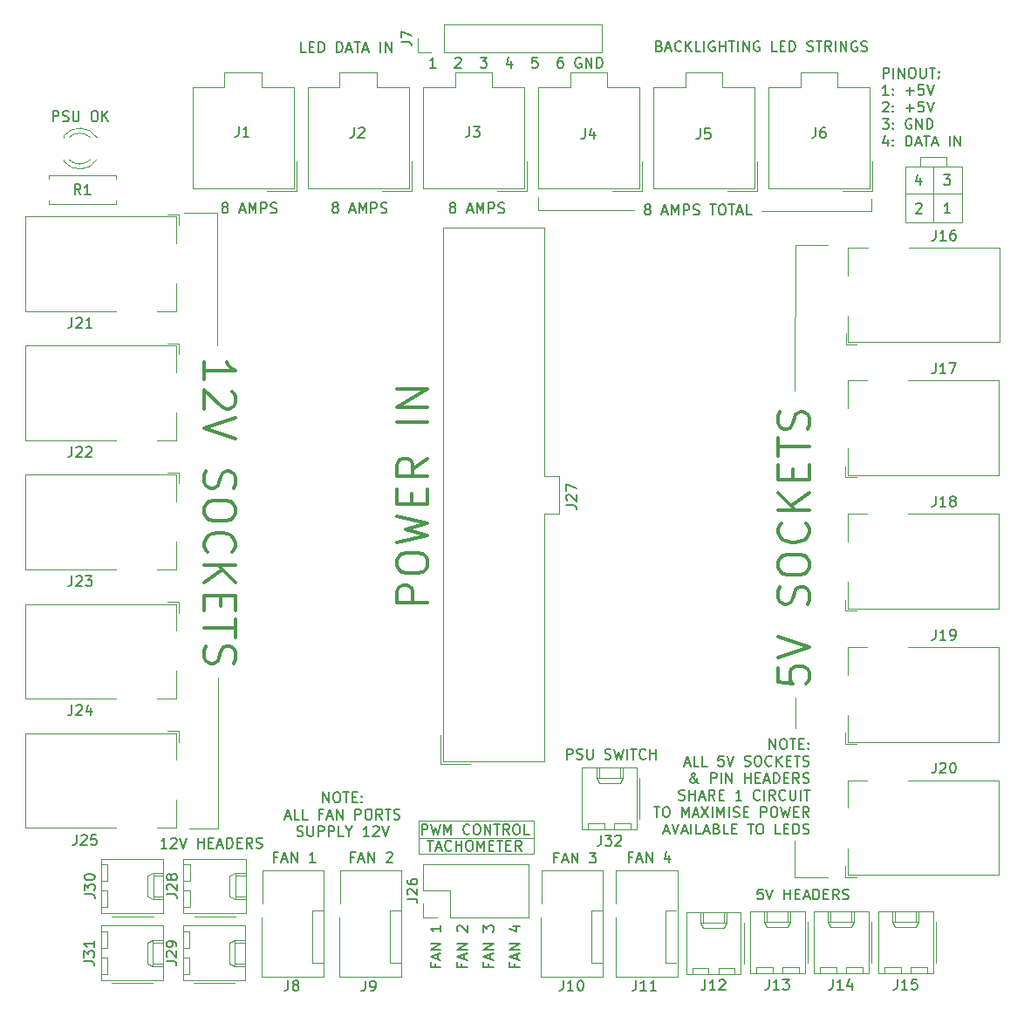
<source format=gbr>
%TF.GenerationSoftware,KiCad,Pcbnew,(5.1.6)-1*%
%TF.CreationDate,2020-12-20T18:31:50+11:00*%
%TF.ProjectId,Power Distro PCB V1,506f7765-7220-4446-9973-74726f205043,rev?*%
%TF.SameCoordinates,Original*%
%TF.FileFunction,Legend,Top*%
%TF.FilePolarity,Positive*%
%FSLAX46Y46*%
G04 Gerber Fmt 4.6, Leading zero omitted, Abs format (unit mm)*
G04 Created by KiCad (PCBNEW (5.1.6)-1) date 2020-12-20 18:31:50*
%MOMM*%
%LPD*%
G01*
G04 APERTURE LIST*
%ADD10C,0.150000*%
%ADD11C,0.120000*%
%ADD12C,0.300000*%
G04 APERTURE END LIST*
D10*
X40060571Y-92039866D02*
X40060571Y-92373200D01*
X40584380Y-92373200D02*
X39584380Y-92373200D01*
X39584380Y-91897009D01*
X40298666Y-91563676D02*
X40298666Y-91087485D01*
X40584380Y-91658914D02*
X39584380Y-91325580D01*
X40584380Y-90992247D01*
X40584380Y-90658914D02*
X39584380Y-90658914D01*
X40584380Y-90087485D01*
X39584380Y-90087485D01*
X40584380Y-88325580D02*
X40584380Y-88897009D01*
X40584380Y-88611295D02*
X39584380Y-88611295D01*
X39727238Y-88706533D01*
X39822476Y-88801771D01*
X39870095Y-88897009D01*
D11*
X89700000Y-13700000D02*
X89700000Y-14600000D01*
X87100000Y-13700000D02*
X89700000Y-13700000D01*
X87100000Y-14600000D02*
X87100000Y-13700000D01*
D10*
X52816666Y-72181980D02*
X52816666Y-71181980D01*
X53197619Y-71181980D01*
X53292857Y-71229600D01*
X53340476Y-71277219D01*
X53388095Y-71372457D01*
X53388095Y-71515314D01*
X53340476Y-71610552D01*
X53292857Y-71658171D01*
X53197619Y-71705790D01*
X52816666Y-71705790D01*
X53769047Y-72134361D02*
X53911904Y-72181980D01*
X54150000Y-72181980D01*
X54245238Y-72134361D01*
X54292857Y-72086742D01*
X54340476Y-71991504D01*
X54340476Y-71896266D01*
X54292857Y-71801028D01*
X54245238Y-71753409D01*
X54150000Y-71705790D01*
X53959523Y-71658171D01*
X53864285Y-71610552D01*
X53816666Y-71562933D01*
X53769047Y-71467695D01*
X53769047Y-71372457D01*
X53816666Y-71277219D01*
X53864285Y-71229600D01*
X53959523Y-71181980D01*
X54197619Y-71181980D01*
X54340476Y-71229600D01*
X54769047Y-71181980D02*
X54769047Y-71991504D01*
X54816666Y-72086742D01*
X54864285Y-72134361D01*
X54959523Y-72181980D01*
X55150000Y-72181980D01*
X55245238Y-72134361D01*
X55292857Y-72086742D01*
X55340476Y-71991504D01*
X55340476Y-71181980D01*
X56530952Y-72134361D02*
X56673809Y-72181980D01*
X56911904Y-72181980D01*
X57007142Y-72134361D01*
X57054761Y-72086742D01*
X57102380Y-71991504D01*
X57102380Y-71896266D01*
X57054761Y-71801028D01*
X57007142Y-71753409D01*
X56911904Y-71705790D01*
X56721428Y-71658171D01*
X56626190Y-71610552D01*
X56578571Y-71562933D01*
X56530952Y-71467695D01*
X56530952Y-71372457D01*
X56578571Y-71277219D01*
X56626190Y-71229600D01*
X56721428Y-71181980D01*
X56959523Y-71181980D01*
X57102380Y-71229600D01*
X57435714Y-71181980D02*
X57673809Y-72181980D01*
X57864285Y-71467695D01*
X58054761Y-72181980D01*
X58292857Y-71181980D01*
X58673809Y-72181980D02*
X58673809Y-71181980D01*
X59007142Y-71181980D02*
X59578571Y-71181980D01*
X59292857Y-72181980D02*
X59292857Y-71181980D01*
X60483333Y-72086742D02*
X60435714Y-72134361D01*
X60292857Y-72181980D01*
X60197619Y-72181980D01*
X60054761Y-72134361D01*
X59959523Y-72039123D01*
X59911904Y-71943885D01*
X59864285Y-71753409D01*
X59864285Y-71610552D01*
X59911904Y-71420076D01*
X59959523Y-71324838D01*
X60054761Y-71229600D01*
X60197619Y-71181980D01*
X60292857Y-71181980D01*
X60435714Y-71229600D01*
X60483333Y-71277219D01*
X60911904Y-72181980D02*
X60911904Y-71181980D01*
X60911904Y-71658171D02*
X61483333Y-71658171D01*
X61483333Y-72181980D02*
X61483333Y-71181980D01*
X14005466Y-80817980D02*
X13434038Y-80817980D01*
X13719752Y-80817980D02*
X13719752Y-79817980D01*
X13624514Y-79960838D01*
X13529276Y-80056076D01*
X13434038Y-80103695D01*
X14386419Y-79913219D02*
X14434038Y-79865600D01*
X14529276Y-79817980D01*
X14767371Y-79817980D01*
X14862609Y-79865600D01*
X14910228Y-79913219D01*
X14957847Y-80008457D01*
X14957847Y-80103695D01*
X14910228Y-80246552D01*
X14338800Y-80817980D01*
X14957847Y-80817980D01*
X15243561Y-79817980D02*
X15576895Y-80817980D01*
X15910228Y-79817980D01*
X17005466Y-80817980D02*
X17005466Y-79817980D01*
X17005466Y-80294171D02*
X17576895Y-80294171D01*
X17576895Y-80817980D02*
X17576895Y-79817980D01*
X18053085Y-80294171D02*
X18386419Y-80294171D01*
X18529276Y-80817980D02*
X18053085Y-80817980D01*
X18053085Y-79817980D01*
X18529276Y-79817980D01*
X18910228Y-80532266D02*
X19386419Y-80532266D01*
X18814990Y-80817980D02*
X19148323Y-79817980D01*
X19481657Y-80817980D01*
X19814990Y-80817980D02*
X19814990Y-79817980D01*
X20053085Y-79817980D01*
X20195942Y-79865600D01*
X20291180Y-79960838D01*
X20338800Y-80056076D01*
X20386419Y-80246552D01*
X20386419Y-80389409D01*
X20338800Y-80579885D01*
X20291180Y-80675123D01*
X20195942Y-80770361D01*
X20053085Y-80817980D01*
X19814990Y-80817980D01*
X20814990Y-80294171D02*
X21148323Y-80294171D01*
X21291180Y-80817980D02*
X20814990Y-80817980D01*
X20814990Y-79817980D01*
X21291180Y-79817980D01*
X22291180Y-80817980D02*
X21957847Y-80341790D01*
X21719752Y-80817980D02*
X21719752Y-79817980D01*
X22100704Y-79817980D01*
X22195942Y-79865600D01*
X22243561Y-79913219D01*
X22291180Y-80008457D01*
X22291180Y-80151314D01*
X22243561Y-80246552D01*
X22195942Y-80294171D01*
X22100704Y-80341790D01*
X21719752Y-80341790D01*
X22672133Y-80770361D02*
X22814990Y-80817980D01*
X23053085Y-80817980D01*
X23148323Y-80770361D01*
X23195942Y-80722742D01*
X23243561Y-80627504D01*
X23243561Y-80532266D01*
X23195942Y-80437028D01*
X23148323Y-80389409D01*
X23053085Y-80341790D01*
X22862609Y-80294171D01*
X22767371Y-80246552D01*
X22719752Y-80198933D01*
X22672133Y-80103695D01*
X22672133Y-80008457D01*
X22719752Y-79913219D01*
X22767371Y-79865600D01*
X22862609Y-79817980D01*
X23100704Y-79817980D01*
X23243561Y-79865600D01*
D11*
X50000000Y-18900000D02*
X50000000Y-17631600D01*
X59380000Y-18875200D02*
X50000000Y-18900000D01*
X82400000Y-18926000D02*
X82400000Y-17757600D01*
X71724400Y-18926000D02*
X82400000Y-18926000D01*
D10*
X60574419Y-18756152D02*
X60479180Y-18708533D01*
X60431561Y-18660914D01*
X60383942Y-18565676D01*
X60383942Y-18518057D01*
X60431561Y-18422819D01*
X60479180Y-18375200D01*
X60574419Y-18327580D01*
X60764895Y-18327580D01*
X60860133Y-18375200D01*
X60907752Y-18422819D01*
X60955371Y-18518057D01*
X60955371Y-18565676D01*
X60907752Y-18660914D01*
X60860133Y-18708533D01*
X60764895Y-18756152D01*
X60574419Y-18756152D01*
X60479180Y-18803771D01*
X60431561Y-18851390D01*
X60383942Y-18946628D01*
X60383942Y-19137104D01*
X60431561Y-19232342D01*
X60479180Y-19279961D01*
X60574419Y-19327580D01*
X60764895Y-19327580D01*
X60860133Y-19279961D01*
X60907752Y-19232342D01*
X60955371Y-19137104D01*
X60955371Y-18946628D01*
X60907752Y-18851390D01*
X60860133Y-18803771D01*
X60764895Y-18756152D01*
X62098228Y-19041866D02*
X62574419Y-19041866D01*
X62002990Y-19327580D02*
X62336323Y-18327580D01*
X62669657Y-19327580D01*
X63002990Y-19327580D02*
X63002990Y-18327580D01*
X63336323Y-19041866D01*
X63669657Y-18327580D01*
X63669657Y-19327580D01*
X64145847Y-19327580D02*
X64145847Y-18327580D01*
X64526800Y-18327580D01*
X64622038Y-18375200D01*
X64669657Y-18422819D01*
X64717276Y-18518057D01*
X64717276Y-18660914D01*
X64669657Y-18756152D01*
X64622038Y-18803771D01*
X64526800Y-18851390D01*
X64145847Y-18851390D01*
X65098228Y-19279961D02*
X65241085Y-19327580D01*
X65479180Y-19327580D01*
X65574419Y-19279961D01*
X65622038Y-19232342D01*
X65669657Y-19137104D01*
X65669657Y-19041866D01*
X65622038Y-18946628D01*
X65574419Y-18899009D01*
X65479180Y-18851390D01*
X65288704Y-18803771D01*
X65193466Y-18756152D01*
X65145847Y-18708533D01*
X65098228Y-18613295D01*
X65098228Y-18518057D01*
X65145847Y-18422819D01*
X65193466Y-18375200D01*
X65288704Y-18327580D01*
X65526800Y-18327580D01*
X65669657Y-18375200D01*
X66717276Y-18327580D02*
X67288704Y-18327580D01*
X67002990Y-19327580D02*
X67002990Y-18327580D01*
X67812514Y-18327580D02*
X68002990Y-18327580D01*
X68098228Y-18375200D01*
X68193466Y-18470438D01*
X68241085Y-18660914D01*
X68241085Y-18994247D01*
X68193466Y-19184723D01*
X68098228Y-19279961D01*
X68002990Y-19327580D01*
X67812514Y-19327580D01*
X67717276Y-19279961D01*
X67622038Y-19184723D01*
X67574419Y-18994247D01*
X67574419Y-18660914D01*
X67622038Y-18470438D01*
X67717276Y-18375200D01*
X67812514Y-18327580D01*
X68526800Y-18327580D02*
X69098228Y-18327580D01*
X68812514Y-19327580D02*
X68812514Y-18327580D01*
X69383942Y-19041866D02*
X69860133Y-19041866D01*
X69288704Y-19327580D02*
X69622038Y-18327580D01*
X69955371Y-19327580D01*
X70764895Y-19327580D02*
X70288704Y-19327580D01*
X70288704Y-18327580D01*
X41647619Y-18580952D02*
X41552380Y-18533333D01*
X41504761Y-18485714D01*
X41457142Y-18390476D01*
X41457142Y-18342857D01*
X41504761Y-18247619D01*
X41552380Y-18200000D01*
X41647619Y-18152380D01*
X41838095Y-18152380D01*
X41933333Y-18200000D01*
X41980952Y-18247619D01*
X42028571Y-18342857D01*
X42028571Y-18390476D01*
X41980952Y-18485714D01*
X41933333Y-18533333D01*
X41838095Y-18580952D01*
X41647619Y-18580952D01*
X41552380Y-18628571D01*
X41504761Y-18676190D01*
X41457142Y-18771428D01*
X41457142Y-18961904D01*
X41504761Y-19057142D01*
X41552380Y-19104761D01*
X41647619Y-19152380D01*
X41838095Y-19152380D01*
X41933333Y-19104761D01*
X41980952Y-19057142D01*
X42028571Y-18961904D01*
X42028571Y-18771428D01*
X41980952Y-18676190D01*
X41933333Y-18628571D01*
X41838095Y-18580952D01*
X43171428Y-18866666D02*
X43647619Y-18866666D01*
X43076190Y-19152380D02*
X43409523Y-18152380D01*
X43742857Y-19152380D01*
X44076190Y-19152380D02*
X44076190Y-18152380D01*
X44409523Y-18866666D01*
X44742857Y-18152380D01*
X44742857Y-19152380D01*
X45219047Y-19152380D02*
X45219047Y-18152380D01*
X45600000Y-18152380D01*
X45695238Y-18200000D01*
X45742857Y-18247619D01*
X45790476Y-18342857D01*
X45790476Y-18485714D01*
X45742857Y-18580952D01*
X45695238Y-18628571D01*
X45600000Y-18676190D01*
X45219047Y-18676190D01*
X46171428Y-19104761D02*
X46314285Y-19152380D01*
X46552380Y-19152380D01*
X46647619Y-19104761D01*
X46695238Y-19057142D01*
X46742857Y-18961904D01*
X46742857Y-18866666D01*
X46695238Y-18771428D01*
X46647619Y-18723809D01*
X46552380Y-18676190D01*
X46361904Y-18628571D01*
X46266666Y-18580952D01*
X46219047Y-18533333D01*
X46171428Y-18438095D01*
X46171428Y-18342857D01*
X46219047Y-18247619D01*
X46266666Y-18200000D01*
X46361904Y-18152380D01*
X46600000Y-18152380D01*
X46742857Y-18200000D01*
X30247619Y-18580952D02*
X30152380Y-18533333D01*
X30104761Y-18485714D01*
X30057142Y-18390476D01*
X30057142Y-18342857D01*
X30104761Y-18247619D01*
X30152380Y-18200000D01*
X30247619Y-18152380D01*
X30438095Y-18152380D01*
X30533333Y-18200000D01*
X30580952Y-18247619D01*
X30628571Y-18342857D01*
X30628571Y-18390476D01*
X30580952Y-18485714D01*
X30533333Y-18533333D01*
X30438095Y-18580952D01*
X30247619Y-18580952D01*
X30152380Y-18628571D01*
X30104761Y-18676190D01*
X30057142Y-18771428D01*
X30057142Y-18961904D01*
X30104761Y-19057142D01*
X30152380Y-19104761D01*
X30247619Y-19152380D01*
X30438095Y-19152380D01*
X30533333Y-19104761D01*
X30580952Y-19057142D01*
X30628571Y-18961904D01*
X30628571Y-18771428D01*
X30580952Y-18676190D01*
X30533333Y-18628571D01*
X30438095Y-18580952D01*
X31771428Y-18866666D02*
X32247619Y-18866666D01*
X31676190Y-19152380D02*
X32009523Y-18152380D01*
X32342857Y-19152380D01*
X32676190Y-19152380D02*
X32676190Y-18152380D01*
X33009523Y-18866666D01*
X33342857Y-18152380D01*
X33342857Y-19152380D01*
X33819047Y-19152380D02*
X33819047Y-18152380D01*
X34200000Y-18152380D01*
X34295238Y-18200000D01*
X34342857Y-18247619D01*
X34390476Y-18342857D01*
X34390476Y-18485714D01*
X34342857Y-18580952D01*
X34295238Y-18628571D01*
X34200000Y-18676190D01*
X33819047Y-18676190D01*
X34771428Y-19104761D02*
X34914285Y-19152380D01*
X35152380Y-19152380D01*
X35247619Y-19104761D01*
X35295238Y-19057142D01*
X35342857Y-18961904D01*
X35342857Y-18866666D01*
X35295238Y-18771428D01*
X35247619Y-18723809D01*
X35152380Y-18676190D01*
X34961904Y-18628571D01*
X34866666Y-18580952D01*
X34819047Y-18533333D01*
X34771428Y-18438095D01*
X34771428Y-18342857D01*
X34819047Y-18247619D01*
X34866666Y-18200000D01*
X34961904Y-18152380D01*
X35200000Y-18152380D01*
X35342857Y-18200000D01*
X19547619Y-18580952D02*
X19452380Y-18533333D01*
X19404761Y-18485714D01*
X19357142Y-18390476D01*
X19357142Y-18342857D01*
X19404761Y-18247619D01*
X19452380Y-18200000D01*
X19547619Y-18152380D01*
X19738095Y-18152380D01*
X19833333Y-18200000D01*
X19880952Y-18247619D01*
X19928571Y-18342857D01*
X19928571Y-18390476D01*
X19880952Y-18485714D01*
X19833333Y-18533333D01*
X19738095Y-18580952D01*
X19547619Y-18580952D01*
X19452380Y-18628571D01*
X19404761Y-18676190D01*
X19357142Y-18771428D01*
X19357142Y-18961904D01*
X19404761Y-19057142D01*
X19452380Y-19104761D01*
X19547619Y-19152380D01*
X19738095Y-19152380D01*
X19833333Y-19104761D01*
X19880952Y-19057142D01*
X19928571Y-18961904D01*
X19928571Y-18771428D01*
X19880952Y-18676190D01*
X19833333Y-18628571D01*
X19738095Y-18580952D01*
X21071428Y-18866666D02*
X21547619Y-18866666D01*
X20976190Y-19152380D02*
X21309523Y-18152380D01*
X21642857Y-19152380D01*
X21976190Y-19152380D02*
X21976190Y-18152380D01*
X22309523Y-18866666D01*
X22642857Y-18152380D01*
X22642857Y-19152380D01*
X23119047Y-19152380D02*
X23119047Y-18152380D01*
X23500000Y-18152380D01*
X23595238Y-18200000D01*
X23642857Y-18247619D01*
X23690476Y-18342857D01*
X23690476Y-18485714D01*
X23642857Y-18580952D01*
X23595238Y-18628571D01*
X23500000Y-18676190D01*
X23119047Y-18676190D01*
X24071428Y-19104761D02*
X24214285Y-19152380D01*
X24452380Y-19152380D01*
X24547619Y-19104761D01*
X24595238Y-19057142D01*
X24642857Y-18961904D01*
X24642857Y-18866666D01*
X24595238Y-18771428D01*
X24547619Y-18723809D01*
X24452380Y-18676190D01*
X24261904Y-18628571D01*
X24166666Y-18580952D01*
X24119047Y-18533333D01*
X24071428Y-18438095D01*
X24071428Y-18342857D01*
X24119047Y-18247619D01*
X24166666Y-18200000D01*
X24261904Y-18152380D01*
X24500000Y-18152380D01*
X24642857Y-18200000D01*
X83535595Y-6052380D02*
X83535595Y-5052380D01*
X83916547Y-5052380D01*
X84011785Y-5100000D01*
X84059404Y-5147619D01*
X84107023Y-5242857D01*
X84107023Y-5385714D01*
X84059404Y-5480952D01*
X84011785Y-5528571D01*
X83916547Y-5576190D01*
X83535595Y-5576190D01*
X84535595Y-6052380D02*
X84535595Y-5052380D01*
X85011785Y-6052380D02*
X85011785Y-5052380D01*
X85583214Y-6052380D01*
X85583214Y-5052380D01*
X86249880Y-5052380D02*
X86440357Y-5052380D01*
X86535595Y-5100000D01*
X86630833Y-5195238D01*
X86678452Y-5385714D01*
X86678452Y-5719047D01*
X86630833Y-5909523D01*
X86535595Y-6004761D01*
X86440357Y-6052380D01*
X86249880Y-6052380D01*
X86154642Y-6004761D01*
X86059404Y-5909523D01*
X86011785Y-5719047D01*
X86011785Y-5385714D01*
X86059404Y-5195238D01*
X86154642Y-5100000D01*
X86249880Y-5052380D01*
X87107023Y-5052380D02*
X87107023Y-5861904D01*
X87154642Y-5957142D01*
X87202261Y-6004761D01*
X87297500Y-6052380D01*
X87487976Y-6052380D01*
X87583214Y-6004761D01*
X87630833Y-5957142D01*
X87678452Y-5861904D01*
X87678452Y-5052380D01*
X88011785Y-5052380D02*
X88583214Y-5052380D01*
X88297500Y-6052380D02*
X88297500Y-5052380D01*
X88916547Y-5957142D02*
X88964166Y-6004761D01*
X88916547Y-6052380D01*
X88868928Y-6004761D01*
X88916547Y-5957142D01*
X88916547Y-6052380D01*
X88916547Y-5433333D02*
X88964166Y-5480952D01*
X88916547Y-5528571D01*
X88868928Y-5480952D01*
X88916547Y-5433333D01*
X88916547Y-5528571D01*
X84059404Y-7702380D02*
X83487976Y-7702380D01*
X83773690Y-7702380D02*
X83773690Y-6702380D01*
X83678452Y-6845238D01*
X83583214Y-6940476D01*
X83487976Y-6988095D01*
X84487976Y-7607142D02*
X84535595Y-7654761D01*
X84487976Y-7702380D01*
X84440357Y-7654761D01*
X84487976Y-7607142D01*
X84487976Y-7702380D01*
X84487976Y-7083333D02*
X84535595Y-7130952D01*
X84487976Y-7178571D01*
X84440357Y-7130952D01*
X84487976Y-7083333D01*
X84487976Y-7178571D01*
X85726071Y-7321428D02*
X86487976Y-7321428D01*
X86107023Y-7702380D02*
X86107023Y-6940476D01*
X87440357Y-6702380D02*
X86964166Y-6702380D01*
X86916547Y-7178571D01*
X86964166Y-7130952D01*
X87059404Y-7083333D01*
X87297500Y-7083333D01*
X87392738Y-7130952D01*
X87440357Y-7178571D01*
X87487976Y-7273809D01*
X87487976Y-7511904D01*
X87440357Y-7607142D01*
X87392738Y-7654761D01*
X87297500Y-7702380D01*
X87059404Y-7702380D01*
X86964166Y-7654761D01*
X86916547Y-7607142D01*
X87773690Y-6702380D02*
X88107023Y-7702380D01*
X88440357Y-6702380D01*
X83487976Y-8447619D02*
X83535595Y-8400000D01*
X83630833Y-8352380D01*
X83868928Y-8352380D01*
X83964166Y-8400000D01*
X84011785Y-8447619D01*
X84059404Y-8542857D01*
X84059404Y-8638095D01*
X84011785Y-8780952D01*
X83440357Y-9352380D01*
X84059404Y-9352380D01*
X84487976Y-9257142D02*
X84535595Y-9304761D01*
X84487976Y-9352380D01*
X84440357Y-9304761D01*
X84487976Y-9257142D01*
X84487976Y-9352380D01*
X84487976Y-8733333D02*
X84535595Y-8780952D01*
X84487976Y-8828571D01*
X84440357Y-8780952D01*
X84487976Y-8733333D01*
X84487976Y-8828571D01*
X85726071Y-8971428D02*
X86487976Y-8971428D01*
X86107023Y-9352380D02*
X86107023Y-8590476D01*
X87440357Y-8352380D02*
X86964166Y-8352380D01*
X86916547Y-8828571D01*
X86964166Y-8780952D01*
X87059404Y-8733333D01*
X87297500Y-8733333D01*
X87392738Y-8780952D01*
X87440357Y-8828571D01*
X87487976Y-8923809D01*
X87487976Y-9161904D01*
X87440357Y-9257142D01*
X87392738Y-9304761D01*
X87297500Y-9352380D01*
X87059404Y-9352380D01*
X86964166Y-9304761D01*
X86916547Y-9257142D01*
X87773690Y-8352380D02*
X88107023Y-9352380D01*
X88440357Y-8352380D01*
X83440357Y-10002380D02*
X84059404Y-10002380D01*
X83726071Y-10383333D01*
X83868928Y-10383333D01*
X83964166Y-10430952D01*
X84011785Y-10478571D01*
X84059404Y-10573809D01*
X84059404Y-10811904D01*
X84011785Y-10907142D01*
X83964166Y-10954761D01*
X83868928Y-11002380D01*
X83583214Y-11002380D01*
X83487976Y-10954761D01*
X83440357Y-10907142D01*
X84487976Y-10907142D02*
X84535595Y-10954761D01*
X84487976Y-11002380D01*
X84440357Y-10954761D01*
X84487976Y-10907142D01*
X84487976Y-11002380D01*
X84487976Y-10383333D02*
X84535595Y-10430952D01*
X84487976Y-10478571D01*
X84440357Y-10430952D01*
X84487976Y-10383333D01*
X84487976Y-10478571D01*
X86249880Y-10050000D02*
X86154642Y-10002380D01*
X86011785Y-10002380D01*
X85868928Y-10050000D01*
X85773690Y-10145238D01*
X85726071Y-10240476D01*
X85678452Y-10430952D01*
X85678452Y-10573809D01*
X85726071Y-10764285D01*
X85773690Y-10859523D01*
X85868928Y-10954761D01*
X86011785Y-11002380D01*
X86107023Y-11002380D01*
X86249880Y-10954761D01*
X86297500Y-10907142D01*
X86297500Y-10573809D01*
X86107023Y-10573809D01*
X86726071Y-11002380D02*
X86726071Y-10002380D01*
X87297500Y-11002380D01*
X87297500Y-10002380D01*
X87773690Y-11002380D02*
X87773690Y-10002380D01*
X88011785Y-10002380D01*
X88154642Y-10050000D01*
X88249880Y-10145238D01*
X88297500Y-10240476D01*
X88345119Y-10430952D01*
X88345119Y-10573809D01*
X88297500Y-10764285D01*
X88249880Y-10859523D01*
X88154642Y-10954761D01*
X88011785Y-11002380D01*
X87773690Y-11002380D01*
X83964166Y-11985714D02*
X83964166Y-12652380D01*
X83726071Y-11604761D02*
X83487976Y-12319047D01*
X84107023Y-12319047D01*
X84487976Y-12557142D02*
X84535595Y-12604761D01*
X84487976Y-12652380D01*
X84440357Y-12604761D01*
X84487976Y-12557142D01*
X84487976Y-12652380D01*
X84487976Y-12033333D02*
X84535595Y-12080952D01*
X84487976Y-12128571D01*
X84440357Y-12080952D01*
X84487976Y-12033333D01*
X84487976Y-12128571D01*
X85726071Y-12652380D02*
X85726071Y-11652380D01*
X85964166Y-11652380D01*
X86107023Y-11700000D01*
X86202261Y-11795238D01*
X86249880Y-11890476D01*
X86297500Y-12080952D01*
X86297500Y-12223809D01*
X86249880Y-12414285D01*
X86202261Y-12509523D01*
X86107023Y-12604761D01*
X85964166Y-12652380D01*
X85726071Y-12652380D01*
X86678452Y-12366666D02*
X87154642Y-12366666D01*
X86583214Y-12652380D02*
X86916547Y-11652380D01*
X87249880Y-12652380D01*
X87440357Y-11652380D02*
X88011785Y-11652380D01*
X87726071Y-12652380D02*
X87726071Y-11652380D01*
X88297500Y-12366666D02*
X88773690Y-12366666D01*
X88202261Y-12652380D02*
X88535595Y-11652380D01*
X88868928Y-12652380D01*
X89964166Y-12652380D02*
X89964166Y-11652380D01*
X90440357Y-12652380D02*
X90440357Y-11652380D01*
X91011785Y-12652380D01*
X91011785Y-11652380D01*
X87138076Y-15773314D02*
X87138076Y-16439980D01*
X86899980Y-15392361D02*
X86661885Y-16106647D01*
X87280933Y-16106647D01*
X89408266Y-15439980D02*
X90027314Y-15439980D01*
X89693980Y-15820933D01*
X89836838Y-15820933D01*
X89932076Y-15868552D01*
X89979695Y-15916171D01*
X90027314Y-16011409D01*
X90027314Y-16249504D01*
X89979695Y-16344742D01*
X89932076Y-16392361D01*
X89836838Y-16439980D01*
X89551123Y-16439980D01*
X89455885Y-16392361D01*
X89408266Y-16344742D01*
X86712685Y-18278419D02*
X86760304Y-18230800D01*
X86855542Y-18183180D01*
X87093638Y-18183180D01*
X87188876Y-18230800D01*
X87236495Y-18278419D01*
X87284114Y-18373657D01*
X87284114Y-18468895D01*
X87236495Y-18611752D01*
X86665066Y-19183180D01*
X87284114Y-19183180D01*
X90027314Y-19132380D02*
X89455885Y-19132380D01*
X89741600Y-19132380D02*
X89741600Y-18132380D01*
X89646361Y-18275238D01*
X89551123Y-18370476D01*
X89455885Y-18418095D01*
D11*
X91164000Y-17308400D02*
X85677600Y-17308400D01*
X88370000Y-14666800D02*
X88370000Y-20051600D01*
X91164000Y-14666800D02*
X85677600Y-14666800D01*
X91164000Y-20102400D02*
X91164000Y-14666800D01*
X85677600Y-20102400D02*
X91164000Y-20102400D01*
X85677600Y-14666800D02*
X85677600Y-20102400D01*
X74930000Y-83616800D02*
X78181200Y-83616800D01*
X74930000Y-80111600D02*
X74930000Y-83616800D01*
X75000000Y-66200000D02*
X74980800Y-69138800D01*
X74980800Y-22237200D02*
X78130400Y-22237200D01*
X74930000Y-36410400D02*
X74980800Y-22237200D01*
X18999200Y-78892400D02*
X16154400Y-78892400D01*
X18999200Y-64262000D02*
X18999200Y-78892400D01*
X18897600Y-19154400D02*
X15697200Y-19154400D01*
X18900000Y-32000000D02*
X18897600Y-19154400D01*
D12*
X39304742Y-56991542D02*
X36304742Y-56991542D01*
X36304742Y-55848685D01*
X36447600Y-55562971D01*
X36590457Y-55420114D01*
X36876171Y-55277257D01*
X37304742Y-55277257D01*
X37590457Y-55420114D01*
X37733314Y-55562971D01*
X37876171Y-55848685D01*
X37876171Y-56991542D01*
X36304742Y-53420114D02*
X36304742Y-52848685D01*
X36447600Y-52562971D01*
X36733314Y-52277257D01*
X37304742Y-52134400D01*
X38304742Y-52134400D01*
X38876171Y-52277257D01*
X39161885Y-52562971D01*
X39304742Y-52848685D01*
X39304742Y-53420114D01*
X39161885Y-53705828D01*
X38876171Y-53991542D01*
X38304742Y-54134400D01*
X37304742Y-54134400D01*
X36733314Y-53991542D01*
X36447600Y-53705828D01*
X36304742Y-53420114D01*
X36304742Y-51134400D02*
X39304742Y-50420114D01*
X37161885Y-49848685D01*
X39304742Y-49277257D01*
X36304742Y-48562971D01*
X37733314Y-47420114D02*
X37733314Y-46420114D01*
X39304742Y-45991542D02*
X39304742Y-47420114D01*
X36304742Y-47420114D01*
X36304742Y-45991542D01*
X39304742Y-42991542D02*
X37876171Y-43991542D01*
X39304742Y-44705828D02*
X36304742Y-44705828D01*
X36304742Y-43562971D01*
X36447600Y-43277257D01*
X36590457Y-43134400D01*
X36876171Y-42991542D01*
X37304742Y-42991542D01*
X37590457Y-43134400D01*
X37733314Y-43277257D01*
X37876171Y-43562971D01*
X37876171Y-44705828D01*
X39304742Y-39420114D02*
X36304742Y-39420114D01*
X39304742Y-37991542D02*
X36304742Y-37991542D01*
X39304742Y-36277257D01*
X36304742Y-36277257D01*
D10*
X72508900Y-71206580D02*
X72508900Y-70206580D01*
X73080328Y-71206580D01*
X73080328Y-70206580D01*
X73746995Y-70206580D02*
X73937471Y-70206580D01*
X74032709Y-70254200D01*
X74127947Y-70349438D01*
X74175566Y-70539914D01*
X74175566Y-70873247D01*
X74127947Y-71063723D01*
X74032709Y-71158961D01*
X73937471Y-71206580D01*
X73746995Y-71206580D01*
X73651757Y-71158961D01*
X73556519Y-71063723D01*
X73508900Y-70873247D01*
X73508900Y-70539914D01*
X73556519Y-70349438D01*
X73651757Y-70254200D01*
X73746995Y-70206580D01*
X74461280Y-70206580D02*
X75032709Y-70206580D01*
X74746995Y-71206580D02*
X74746995Y-70206580D01*
X75366042Y-70682771D02*
X75699376Y-70682771D01*
X75842233Y-71206580D02*
X75366042Y-71206580D01*
X75366042Y-70206580D01*
X75842233Y-70206580D01*
X76270804Y-71111342D02*
X76318423Y-71158961D01*
X76270804Y-71206580D01*
X76223185Y-71158961D01*
X76270804Y-71111342D01*
X76270804Y-71206580D01*
X76270804Y-70587533D02*
X76318423Y-70635152D01*
X76270804Y-70682771D01*
X76223185Y-70635152D01*
X76270804Y-70587533D01*
X76270804Y-70682771D01*
X64270804Y-72570866D02*
X64746995Y-72570866D01*
X64175566Y-72856580D02*
X64508899Y-71856580D01*
X64842233Y-72856580D01*
X65651757Y-72856580D02*
X65175566Y-72856580D01*
X65175566Y-71856580D01*
X66461280Y-72856580D02*
X65985090Y-72856580D01*
X65985090Y-71856580D01*
X68032709Y-71856580D02*
X67556519Y-71856580D01*
X67508900Y-72332771D01*
X67556519Y-72285152D01*
X67651757Y-72237533D01*
X67889852Y-72237533D01*
X67985090Y-72285152D01*
X68032709Y-72332771D01*
X68080328Y-72428009D01*
X68080328Y-72666104D01*
X68032709Y-72761342D01*
X67985090Y-72808961D01*
X67889852Y-72856580D01*
X67651757Y-72856580D01*
X67556519Y-72808961D01*
X67508900Y-72761342D01*
X68366042Y-71856580D02*
X68699376Y-72856580D01*
X69032709Y-71856580D01*
X70080328Y-72808961D02*
X70223185Y-72856580D01*
X70461280Y-72856580D01*
X70556519Y-72808961D01*
X70604138Y-72761342D01*
X70651757Y-72666104D01*
X70651757Y-72570866D01*
X70604138Y-72475628D01*
X70556519Y-72428009D01*
X70461280Y-72380390D01*
X70270804Y-72332771D01*
X70175566Y-72285152D01*
X70127947Y-72237533D01*
X70080328Y-72142295D01*
X70080328Y-72047057D01*
X70127947Y-71951819D01*
X70175566Y-71904200D01*
X70270804Y-71856580D01*
X70508900Y-71856580D01*
X70651757Y-71904200D01*
X71270804Y-71856580D02*
X71461280Y-71856580D01*
X71556519Y-71904200D01*
X71651757Y-71999438D01*
X71699376Y-72189914D01*
X71699376Y-72523247D01*
X71651757Y-72713723D01*
X71556519Y-72808961D01*
X71461280Y-72856580D01*
X71270804Y-72856580D01*
X71175566Y-72808961D01*
X71080328Y-72713723D01*
X71032709Y-72523247D01*
X71032709Y-72189914D01*
X71080328Y-71999438D01*
X71175566Y-71904200D01*
X71270804Y-71856580D01*
X72699376Y-72761342D02*
X72651757Y-72808961D01*
X72508900Y-72856580D01*
X72413661Y-72856580D01*
X72270804Y-72808961D01*
X72175566Y-72713723D01*
X72127947Y-72618485D01*
X72080328Y-72428009D01*
X72080328Y-72285152D01*
X72127947Y-72094676D01*
X72175566Y-71999438D01*
X72270804Y-71904200D01*
X72413661Y-71856580D01*
X72508900Y-71856580D01*
X72651757Y-71904200D01*
X72699376Y-71951819D01*
X73127947Y-72856580D02*
X73127947Y-71856580D01*
X73699376Y-72856580D02*
X73270804Y-72285152D01*
X73699376Y-71856580D02*
X73127947Y-72428009D01*
X74127947Y-72332771D02*
X74461280Y-72332771D01*
X74604138Y-72856580D02*
X74127947Y-72856580D01*
X74127947Y-71856580D01*
X74604138Y-71856580D01*
X74889852Y-71856580D02*
X75461280Y-71856580D01*
X75175566Y-72856580D02*
X75175566Y-71856580D01*
X75746995Y-72808961D02*
X75889852Y-72856580D01*
X76127947Y-72856580D01*
X76223185Y-72808961D01*
X76270804Y-72761342D01*
X76318423Y-72666104D01*
X76318423Y-72570866D01*
X76270804Y-72475628D01*
X76223185Y-72428009D01*
X76127947Y-72380390D01*
X75937471Y-72332771D01*
X75842233Y-72285152D01*
X75794614Y-72237533D01*
X75746995Y-72142295D01*
X75746995Y-72047057D01*
X75794614Y-71951819D01*
X75842233Y-71904200D01*
X75937471Y-71856580D01*
X76175566Y-71856580D01*
X76318423Y-71904200D01*
X65604138Y-74506580D02*
X65556519Y-74506580D01*
X65461280Y-74458961D01*
X65318423Y-74316104D01*
X65080328Y-74030390D01*
X64985090Y-73887533D01*
X64937471Y-73744676D01*
X64937471Y-73649438D01*
X64985090Y-73554200D01*
X65080328Y-73506580D01*
X65127947Y-73506580D01*
X65223185Y-73554200D01*
X65270804Y-73649438D01*
X65270804Y-73697057D01*
X65223185Y-73792295D01*
X65175566Y-73839914D01*
X64889852Y-74030390D01*
X64842233Y-74078009D01*
X64794614Y-74173247D01*
X64794614Y-74316104D01*
X64842233Y-74411342D01*
X64889852Y-74458961D01*
X64985090Y-74506580D01*
X65127947Y-74506580D01*
X65223185Y-74458961D01*
X65270804Y-74411342D01*
X65413661Y-74220866D01*
X65461280Y-74078009D01*
X65461280Y-73982771D01*
X66794614Y-74506580D02*
X66794614Y-73506580D01*
X67175566Y-73506580D01*
X67270804Y-73554200D01*
X67318423Y-73601819D01*
X67366042Y-73697057D01*
X67366042Y-73839914D01*
X67318423Y-73935152D01*
X67270804Y-73982771D01*
X67175566Y-74030390D01*
X66794614Y-74030390D01*
X67794614Y-74506580D02*
X67794614Y-73506580D01*
X68270804Y-74506580D02*
X68270804Y-73506580D01*
X68842233Y-74506580D01*
X68842233Y-73506580D01*
X70080328Y-74506580D02*
X70080328Y-73506580D01*
X70080328Y-73982771D02*
X70651757Y-73982771D01*
X70651757Y-74506580D02*
X70651757Y-73506580D01*
X71127947Y-73982771D02*
X71461280Y-73982771D01*
X71604138Y-74506580D02*
X71127947Y-74506580D01*
X71127947Y-73506580D01*
X71604138Y-73506580D01*
X71985090Y-74220866D02*
X72461280Y-74220866D01*
X71889852Y-74506580D02*
X72223185Y-73506580D01*
X72556519Y-74506580D01*
X72889852Y-74506580D02*
X72889852Y-73506580D01*
X73127947Y-73506580D01*
X73270804Y-73554200D01*
X73366042Y-73649438D01*
X73413661Y-73744676D01*
X73461280Y-73935152D01*
X73461280Y-74078009D01*
X73413661Y-74268485D01*
X73366042Y-74363723D01*
X73270804Y-74458961D01*
X73127947Y-74506580D01*
X72889852Y-74506580D01*
X73889852Y-73982771D02*
X74223185Y-73982771D01*
X74366042Y-74506580D02*
X73889852Y-74506580D01*
X73889852Y-73506580D01*
X74366042Y-73506580D01*
X75366042Y-74506580D02*
X75032709Y-74030390D01*
X74794614Y-74506580D02*
X74794614Y-73506580D01*
X75175566Y-73506580D01*
X75270804Y-73554200D01*
X75318423Y-73601819D01*
X75366042Y-73697057D01*
X75366042Y-73839914D01*
X75318423Y-73935152D01*
X75270804Y-73982771D01*
X75175566Y-74030390D01*
X74794614Y-74030390D01*
X75746995Y-74458961D02*
X75889852Y-74506580D01*
X76127947Y-74506580D01*
X76223185Y-74458961D01*
X76270804Y-74411342D01*
X76318423Y-74316104D01*
X76318423Y-74220866D01*
X76270804Y-74125628D01*
X76223185Y-74078009D01*
X76127947Y-74030390D01*
X75937471Y-73982771D01*
X75842233Y-73935152D01*
X75794614Y-73887533D01*
X75746995Y-73792295D01*
X75746995Y-73697057D01*
X75794614Y-73601819D01*
X75842233Y-73554200D01*
X75937471Y-73506580D01*
X76175566Y-73506580D01*
X76318423Y-73554200D01*
X63699376Y-76108961D02*
X63842233Y-76156580D01*
X64080328Y-76156580D01*
X64175566Y-76108961D01*
X64223185Y-76061342D01*
X64270804Y-75966104D01*
X64270804Y-75870866D01*
X64223185Y-75775628D01*
X64175566Y-75728009D01*
X64080328Y-75680390D01*
X63889852Y-75632771D01*
X63794614Y-75585152D01*
X63746995Y-75537533D01*
X63699376Y-75442295D01*
X63699376Y-75347057D01*
X63746995Y-75251819D01*
X63794614Y-75204200D01*
X63889852Y-75156580D01*
X64127947Y-75156580D01*
X64270804Y-75204200D01*
X64699376Y-76156580D02*
X64699376Y-75156580D01*
X64699376Y-75632771D02*
X65270804Y-75632771D01*
X65270804Y-76156580D02*
X65270804Y-75156580D01*
X65699376Y-75870866D02*
X66175566Y-75870866D01*
X65604138Y-76156580D02*
X65937471Y-75156580D01*
X66270804Y-76156580D01*
X67175566Y-76156580D02*
X66842233Y-75680390D01*
X66604138Y-76156580D02*
X66604138Y-75156580D01*
X66985090Y-75156580D01*
X67080328Y-75204200D01*
X67127947Y-75251819D01*
X67175566Y-75347057D01*
X67175566Y-75489914D01*
X67127947Y-75585152D01*
X67080328Y-75632771D01*
X66985090Y-75680390D01*
X66604138Y-75680390D01*
X67604138Y-75632771D02*
X67937471Y-75632771D01*
X68080328Y-76156580D02*
X67604138Y-76156580D01*
X67604138Y-75156580D01*
X68080328Y-75156580D01*
X69794614Y-76156580D02*
X69223185Y-76156580D01*
X69508900Y-76156580D02*
X69508900Y-75156580D01*
X69413661Y-75299438D01*
X69318423Y-75394676D01*
X69223185Y-75442295D01*
X71556519Y-76061342D02*
X71508900Y-76108961D01*
X71366042Y-76156580D01*
X71270804Y-76156580D01*
X71127947Y-76108961D01*
X71032709Y-76013723D01*
X70985090Y-75918485D01*
X70937471Y-75728009D01*
X70937471Y-75585152D01*
X70985090Y-75394676D01*
X71032709Y-75299438D01*
X71127947Y-75204200D01*
X71270804Y-75156580D01*
X71366042Y-75156580D01*
X71508900Y-75204200D01*
X71556519Y-75251819D01*
X71985090Y-76156580D02*
X71985090Y-75156580D01*
X73032709Y-76156580D02*
X72699376Y-75680390D01*
X72461280Y-76156580D02*
X72461280Y-75156580D01*
X72842233Y-75156580D01*
X72937471Y-75204200D01*
X72985090Y-75251819D01*
X73032709Y-75347057D01*
X73032709Y-75489914D01*
X72985090Y-75585152D01*
X72937471Y-75632771D01*
X72842233Y-75680390D01*
X72461280Y-75680390D01*
X74032709Y-76061342D02*
X73985090Y-76108961D01*
X73842233Y-76156580D01*
X73746995Y-76156580D01*
X73604138Y-76108961D01*
X73508900Y-76013723D01*
X73461280Y-75918485D01*
X73413661Y-75728009D01*
X73413661Y-75585152D01*
X73461280Y-75394676D01*
X73508900Y-75299438D01*
X73604138Y-75204200D01*
X73746995Y-75156580D01*
X73842233Y-75156580D01*
X73985090Y-75204200D01*
X74032709Y-75251819D01*
X74461280Y-75156580D02*
X74461280Y-75966104D01*
X74508900Y-76061342D01*
X74556519Y-76108961D01*
X74651757Y-76156580D01*
X74842233Y-76156580D01*
X74937471Y-76108961D01*
X74985090Y-76061342D01*
X75032709Y-75966104D01*
X75032709Y-75156580D01*
X75508900Y-76156580D02*
X75508900Y-75156580D01*
X75842233Y-75156580D02*
X76413661Y-75156580D01*
X76127947Y-76156580D02*
X76127947Y-75156580D01*
X61270804Y-76806580D02*
X61842233Y-76806580D01*
X61556519Y-77806580D02*
X61556519Y-76806580D01*
X62366042Y-76806580D02*
X62556519Y-76806580D01*
X62651757Y-76854200D01*
X62746995Y-76949438D01*
X62794614Y-77139914D01*
X62794614Y-77473247D01*
X62746995Y-77663723D01*
X62651757Y-77758961D01*
X62556519Y-77806580D01*
X62366042Y-77806580D01*
X62270804Y-77758961D01*
X62175566Y-77663723D01*
X62127947Y-77473247D01*
X62127947Y-77139914D01*
X62175566Y-76949438D01*
X62270804Y-76854200D01*
X62366042Y-76806580D01*
X63985090Y-77806580D02*
X63985090Y-76806580D01*
X64318423Y-77520866D01*
X64651757Y-76806580D01*
X64651757Y-77806580D01*
X65080328Y-77520866D02*
X65556519Y-77520866D01*
X64985090Y-77806580D02*
X65318423Y-76806580D01*
X65651757Y-77806580D01*
X65889852Y-76806580D02*
X66556519Y-77806580D01*
X66556519Y-76806580D02*
X65889852Y-77806580D01*
X66937471Y-77806580D02*
X66937471Y-76806580D01*
X67413661Y-77806580D02*
X67413661Y-76806580D01*
X67746995Y-77520866D01*
X68080328Y-76806580D01*
X68080328Y-77806580D01*
X68556519Y-77806580D02*
X68556519Y-76806580D01*
X68985090Y-77758961D02*
X69127947Y-77806580D01*
X69366042Y-77806580D01*
X69461280Y-77758961D01*
X69508900Y-77711342D01*
X69556519Y-77616104D01*
X69556519Y-77520866D01*
X69508900Y-77425628D01*
X69461280Y-77378009D01*
X69366042Y-77330390D01*
X69175566Y-77282771D01*
X69080328Y-77235152D01*
X69032709Y-77187533D01*
X68985090Y-77092295D01*
X68985090Y-76997057D01*
X69032709Y-76901819D01*
X69080328Y-76854200D01*
X69175566Y-76806580D01*
X69413661Y-76806580D01*
X69556519Y-76854200D01*
X69985090Y-77282771D02*
X70318423Y-77282771D01*
X70461280Y-77806580D02*
X69985090Y-77806580D01*
X69985090Y-76806580D01*
X70461280Y-76806580D01*
X71651757Y-77806580D02*
X71651757Y-76806580D01*
X72032709Y-76806580D01*
X72127947Y-76854200D01*
X72175566Y-76901819D01*
X72223185Y-76997057D01*
X72223185Y-77139914D01*
X72175566Y-77235152D01*
X72127947Y-77282771D01*
X72032709Y-77330390D01*
X71651757Y-77330390D01*
X72842233Y-76806580D02*
X73032709Y-76806580D01*
X73127947Y-76854200D01*
X73223185Y-76949438D01*
X73270804Y-77139914D01*
X73270804Y-77473247D01*
X73223185Y-77663723D01*
X73127947Y-77758961D01*
X73032709Y-77806580D01*
X72842233Y-77806580D01*
X72746995Y-77758961D01*
X72651757Y-77663723D01*
X72604138Y-77473247D01*
X72604138Y-77139914D01*
X72651757Y-76949438D01*
X72746995Y-76854200D01*
X72842233Y-76806580D01*
X73604138Y-76806580D02*
X73842233Y-77806580D01*
X74032709Y-77092295D01*
X74223185Y-77806580D01*
X74461280Y-76806580D01*
X74842233Y-77282771D02*
X75175566Y-77282771D01*
X75318423Y-77806580D02*
X74842233Y-77806580D01*
X74842233Y-76806580D01*
X75318423Y-76806580D01*
X76318423Y-77806580D02*
X75985090Y-77330390D01*
X75746995Y-77806580D02*
X75746995Y-76806580D01*
X76127947Y-76806580D01*
X76223185Y-76854200D01*
X76270804Y-76901819D01*
X76318423Y-76997057D01*
X76318423Y-77139914D01*
X76270804Y-77235152D01*
X76223185Y-77282771D01*
X76127947Y-77330390D01*
X75746995Y-77330390D01*
X62270804Y-79170866D02*
X62746995Y-79170866D01*
X62175566Y-79456580D02*
X62508899Y-78456580D01*
X62842233Y-79456580D01*
X63032709Y-78456580D02*
X63366042Y-79456580D01*
X63699376Y-78456580D01*
X63985090Y-79170866D02*
X64461280Y-79170866D01*
X63889852Y-79456580D02*
X64223185Y-78456580D01*
X64556519Y-79456580D01*
X64889852Y-79456580D02*
X64889852Y-78456580D01*
X65842233Y-79456580D02*
X65366042Y-79456580D01*
X65366042Y-78456580D01*
X66127947Y-79170866D02*
X66604138Y-79170866D01*
X66032709Y-79456580D02*
X66366042Y-78456580D01*
X66699376Y-79456580D01*
X67366042Y-78932771D02*
X67508900Y-78980390D01*
X67556519Y-79028009D01*
X67604138Y-79123247D01*
X67604138Y-79266104D01*
X67556519Y-79361342D01*
X67508900Y-79408961D01*
X67413661Y-79456580D01*
X67032709Y-79456580D01*
X67032709Y-78456580D01*
X67366042Y-78456580D01*
X67461280Y-78504200D01*
X67508900Y-78551819D01*
X67556519Y-78647057D01*
X67556519Y-78742295D01*
X67508900Y-78837533D01*
X67461280Y-78885152D01*
X67366042Y-78932771D01*
X67032709Y-78932771D01*
X68508900Y-79456580D02*
X68032709Y-79456580D01*
X68032709Y-78456580D01*
X68842233Y-78932771D02*
X69175566Y-78932771D01*
X69318423Y-79456580D02*
X68842233Y-79456580D01*
X68842233Y-78456580D01*
X69318423Y-78456580D01*
X70366042Y-78456580D02*
X70937471Y-78456580D01*
X70651757Y-79456580D02*
X70651757Y-78456580D01*
X71461280Y-78456580D02*
X71651757Y-78456580D01*
X71746995Y-78504200D01*
X71842233Y-78599438D01*
X71889852Y-78789914D01*
X71889852Y-79123247D01*
X71842233Y-79313723D01*
X71746995Y-79408961D01*
X71651757Y-79456580D01*
X71461280Y-79456580D01*
X71366042Y-79408961D01*
X71270804Y-79313723D01*
X71223185Y-79123247D01*
X71223185Y-78789914D01*
X71270804Y-78599438D01*
X71366042Y-78504200D01*
X71461280Y-78456580D01*
X73556519Y-79456580D02*
X73080328Y-79456580D01*
X73080328Y-78456580D01*
X73889852Y-78932771D02*
X74223185Y-78932771D01*
X74366042Y-79456580D02*
X73889852Y-79456580D01*
X73889852Y-78456580D01*
X74366042Y-78456580D01*
X74794614Y-79456580D02*
X74794614Y-78456580D01*
X75032709Y-78456580D01*
X75175566Y-78504200D01*
X75270804Y-78599438D01*
X75318423Y-78694676D01*
X75366042Y-78885152D01*
X75366042Y-79028009D01*
X75318423Y-79218485D01*
X75270804Y-79313723D01*
X75175566Y-79408961D01*
X75032709Y-79456580D01*
X74794614Y-79456580D01*
X75746995Y-79408961D02*
X75889852Y-79456580D01*
X76127947Y-79456580D01*
X76223185Y-79408961D01*
X76270804Y-79361342D01*
X76318423Y-79266104D01*
X76318423Y-79170866D01*
X76270804Y-79075628D01*
X76223185Y-79028009D01*
X76127947Y-78980390D01*
X75937471Y-78932771D01*
X75842233Y-78885152D01*
X75794614Y-78837533D01*
X75746995Y-78742295D01*
X75746995Y-78647057D01*
X75794614Y-78551819D01*
X75842233Y-78504200D01*
X75937471Y-78456580D01*
X76175566Y-78456580D01*
X76318423Y-78504200D01*
X71838038Y-84796380D02*
X71361847Y-84796380D01*
X71314228Y-85272571D01*
X71361847Y-85224952D01*
X71457085Y-85177333D01*
X71695180Y-85177333D01*
X71790419Y-85224952D01*
X71838038Y-85272571D01*
X71885657Y-85367809D01*
X71885657Y-85605904D01*
X71838038Y-85701142D01*
X71790419Y-85748761D01*
X71695180Y-85796380D01*
X71457085Y-85796380D01*
X71361847Y-85748761D01*
X71314228Y-85701142D01*
X72171371Y-84796380D02*
X72504704Y-85796380D01*
X72838038Y-84796380D01*
X73933276Y-85796380D02*
X73933276Y-84796380D01*
X73933276Y-85272571D02*
X74504704Y-85272571D01*
X74504704Y-85796380D02*
X74504704Y-84796380D01*
X74980895Y-85272571D02*
X75314228Y-85272571D01*
X75457085Y-85796380D02*
X74980895Y-85796380D01*
X74980895Y-84796380D01*
X75457085Y-84796380D01*
X75838038Y-85510666D02*
X76314228Y-85510666D01*
X75742800Y-85796380D02*
X76076133Y-84796380D01*
X76409466Y-85796380D01*
X76742800Y-85796380D02*
X76742800Y-84796380D01*
X76980895Y-84796380D01*
X77123752Y-84844000D01*
X77218990Y-84939238D01*
X77266609Y-85034476D01*
X77314228Y-85224952D01*
X77314228Y-85367809D01*
X77266609Y-85558285D01*
X77218990Y-85653523D01*
X77123752Y-85748761D01*
X76980895Y-85796380D01*
X76742800Y-85796380D01*
X77742800Y-85272571D02*
X78076133Y-85272571D01*
X78218990Y-85796380D02*
X77742800Y-85796380D01*
X77742800Y-84796380D01*
X78218990Y-84796380D01*
X79218990Y-85796380D02*
X78885657Y-85320190D01*
X78647561Y-85796380D02*
X78647561Y-84796380D01*
X79028514Y-84796380D01*
X79123752Y-84844000D01*
X79171371Y-84891619D01*
X79218990Y-84986857D01*
X79218990Y-85129714D01*
X79171371Y-85224952D01*
X79123752Y-85272571D01*
X79028514Y-85320190D01*
X78647561Y-85320190D01*
X79599942Y-85748761D02*
X79742800Y-85796380D01*
X79980895Y-85796380D01*
X80076133Y-85748761D01*
X80123752Y-85701142D01*
X80171371Y-85605904D01*
X80171371Y-85510666D01*
X80123752Y-85415428D01*
X80076133Y-85367809D01*
X79980895Y-85320190D01*
X79790419Y-85272571D01*
X79695180Y-85224952D01*
X79647561Y-85177333D01*
X79599942Y-85082095D01*
X79599942Y-84986857D01*
X79647561Y-84891619D01*
X79695180Y-84844000D01*
X79790419Y-84796380D01*
X80028514Y-84796380D01*
X80171371Y-84844000D01*
X29157847Y-76373980D02*
X29157847Y-75373980D01*
X29729276Y-76373980D01*
X29729276Y-75373980D01*
X30395942Y-75373980D02*
X30586419Y-75373980D01*
X30681657Y-75421600D01*
X30776895Y-75516838D01*
X30824514Y-75707314D01*
X30824514Y-76040647D01*
X30776895Y-76231123D01*
X30681657Y-76326361D01*
X30586419Y-76373980D01*
X30395942Y-76373980D01*
X30300704Y-76326361D01*
X30205466Y-76231123D01*
X30157847Y-76040647D01*
X30157847Y-75707314D01*
X30205466Y-75516838D01*
X30300704Y-75421600D01*
X30395942Y-75373980D01*
X31110228Y-75373980D02*
X31681657Y-75373980D01*
X31395942Y-76373980D02*
X31395942Y-75373980D01*
X32014990Y-75850171D02*
X32348323Y-75850171D01*
X32491180Y-76373980D02*
X32014990Y-76373980D01*
X32014990Y-75373980D01*
X32491180Y-75373980D01*
X32919752Y-76278742D02*
X32967371Y-76326361D01*
X32919752Y-76373980D01*
X32872133Y-76326361D01*
X32919752Y-76278742D01*
X32919752Y-76373980D01*
X32919752Y-75754933D02*
X32967371Y-75802552D01*
X32919752Y-75850171D01*
X32872133Y-75802552D01*
X32919752Y-75754933D01*
X32919752Y-75850171D01*
X25467371Y-77738266D02*
X25943561Y-77738266D01*
X25372133Y-78023980D02*
X25705466Y-77023980D01*
X26038800Y-78023980D01*
X26848323Y-78023980D02*
X26372133Y-78023980D01*
X26372133Y-77023980D01*
X27657847Y-78023980D02*
X27181657Y-78023980D01*
X27181657Y-77023980D01*
X29086419Y-77500171D02*
X28753085Y-77500171D01*
X28753085Y-78023980D02*
X28753085Y-77023980D01*
X29229276Y-77023980D01*
X29562609Y-77738266D02*
X30038800Y-77738266D01*
X29467371Y-78023980D02*
X29800704Y-77023980D01*
X30134038Y-78023980D01*
X30467371Y-78023980D02*
X30467371Y-77023980D01*
X31038800Y-78023980D01*
X31038800Y-77023980D01*
X32276895Y-78023980D02*
X32276895Y-77023980D01*
X32657847Y-77023980D01*
X32753085Y-77071600D01*
X32800704Y-77119219D01*
X32848323Y-77214457D01*
X32848323Y-77357314D01*
X32800704Y-77452552D01*
X32753085Y-77500171D01*
X32657847Y-77547790D01*
X32276895Y-77547790D01*
X33467371Y-77023980D02*
X33657847Y-77023980D01*
X33753085Y-77071600D01*
X33848323Y-77166838D01*
X33895942Y-77357314D01*
X33895942Y-77690647D01*
X33848323Y-77881123D01*
X33753085Y-77976361D01*
X33657847Y-78023980D01*
X33467371Y-78023980D01*
X33372133Y-77976361D01*
X33276895Y-77881123D01*
X33229276Y-77690647D01*
X33229276Y-77357314D01*
X33276895Y-77166838D01*
X33372133Y-77071600D01*
X33467371Y-77023980D01*
X34895942Y-78023980D02*
X34562609Y-77547790D01*
X34324514Y-78023980D02*
X34324514Y-77023980D01*
X34705466Y-77023980D01*
X34800704Y-77071600D01*
X34848323Y-77119219D01*
X34895942Y-77214457D01*
X34895942Y-77357314D01*
X34848323Y-77452552D01*
X34800704Y-77500171D01*
X34705466Y-77547790D01*
X34324514Y-77547790D01*
X35181657Y-77023980D02*
X35753085Y-77023980D01*
X35467371Y-78023980D02*
X35467371Y-77023980D01*
X36038800Y-77976361D02*
X36181657Y-78023980D01*
X36419752Y-78023980D01*
X36514990Y-77976361D01*
X36562609Y-77928742D01*
X36610228Y-77833504D01*
X36610228Y-77738266D01*
X36562609Y-77643028D01*
X36514990Y-77595409D01*
X36419752Y-77547790D01*
X36229276Y-77500171D01*
X36134038Y-77452552D01*
X36086419Y-77404933D01*
X36038800Y-77309695D01*
X36038800Y-77214457D01*
X36086419Y-77119219D01*
X36134038Y-77071600D01*
X36229276Y-77023980D01*
X36467371Y-77023980D01*
X36610228Y-77071600D01*
X26634038Y-79626361D02*
X26776895Y-79673980D01*
X27014990Y-79673980D01*
X27110228Y-79626361D01*
X27157847Y-79578742D01*
X27205466Y-79483504D01*
X27205466Y-79388266D01*
X27157847Y-79293028D01*
X27110228Y-79245409D01*
X27014990Y-79197790D01*
X26824514Y-79150171D01*
X26729276Y-79102552D01*
X26681657Y-79054933D01*
X26634038Y-78959695D01*
X26634038Y-78864457D01*
X26681657Y-78769219D01*
X26729276Y-78721600D01*
X26824514Y-78673980D01*
X27062609Y-78673980D01*
X27205466Y-78721600D01*
X27634038Y-78673980D02*
X27634038Y-79483504D01*
X27681657Y-79578742D01*
X27729276Y-79626361D01*
X27824514Y-79673980D01*
X28014990Y-79673980D01*
X28110228Y-79626361D01*
X28157847Y-79578742D01*
X28205466Y-79483504D01*
X28205466Y-78673980D01*
X28681657Y-79673980D02*
X28681657Y-78673980D01*
X29062609Y-78673980D01*
X29157847Y-78721600D01*
X29205466Y-78769219D01*
X29253085Y-78864457D01*
X29253085Y-79007314D01*
X29205466Y-79102552D01*
X29157847Y-79150171D01*
X29062609Y-79197790D01*
X28681657Y-79197790D01*
X29681657Y-79673980D02*
X29681657Y-78673980D01*
X30062609Y-78673980D01*
X30157847Y-78721600D01*
X30205466Y-78769219D01*
X30253085Y-78864457D01*
X30253085Y-79007314D01*
X30205466Y-79102552D01*
X30157847Y-79150171D01*
X30062609Y-79197790D01*
X29681657Y-79197790D01*
X31157847Y-79673980D02*
X30681657Y-79673980D01*
X30681657Y-78673980D01*
X31681657Y-79197790D02*
X31681657Y-79673980D01*
X31348323Y-78673980D02*
X31681657Y-79197790D01*
X32014990Y-78673980D01*
X33634038Y-79673980D02*
X33062609Y-79673980D01*
X33348323Y-79673980D02*
X33348323Y-78673980D01*
X33253085Y-78816838D01*
X33157847Y-78912076D01*
X33062609Y-78959695D01*
X34014990Y-78769219D02*
X34062609Y-78721600D01*
X34157847Y-78673980D01*
X34395942Y-78673980D01*
X34491180Y-78721600D01*
X34538800Y-78769219D01*
X34586419Y-78864457D01*
X34586419Y-78959695D01*
X34538800Y-79102552D01*
X33967371Y-79673980D01*
X34586419Y-79673980D01*
X34872133Y-78673980D02*
X35205466Y-79673980D01*
X35538800Y-78673980D01*
X39272152Y-80071980D02*
X39843580Y-80071980D01*
X39557866Y-81071980D02*
X39557866Y-80071980D01*
X40129295Y-80786266D02*
X40605485Y-80786266D01*
X40034057Y-81071980D02*
X40367390Y-80071980D01*
X40700723Y-81071980D01*
X41605485Y-80976742D02*
X41557866Y-81024361D01*
X41415009Y-81071980D01*
X41319771Y-81071980D01*
X41176914Y-81024361D01*
X41081676Y-80929123D01*
X41034057Y-80833885D01*
X40986438Y-80643409D01*
X40986438Y-80500552D01*
X41034057Y-80310076D01*
X41081676Y-80214838D01*
X41176914Y-80119600D01*
X41319771Y-80071980D01*
X41415009Y-80071980D01*
X41557866Y-80119600D01*
X41605485Y-80167219D01*
X42034057Y-81071980D02*
X42034057Y-80071980D01*
X42034057Y-80548171D02*
X42605485Y-80548171D01*
X42605485Y-81071980D02*
X42605485Y-80071980D01*
X43272152Y-80071980D02*
X43462628Y-80071980D01*
X43557866Y-80119600D01*
X43653104Y-80214838D01*
X43700723Y-80405314D01*
X43700723Y-80738647D01*
X43653104Y-80929123D01*
X43557866Y-81024361D01*
X43462628Y-81071980D01*
X43272152Y-81071980D01*
X43176914Y-81024361D01*
X43081676Y-80929123D01*
X43034057Y-80738647D01*
X43034057Y-80405314D01*
X43081676Y-80214838D01*
X43176914Y-80119600D01*
X43272152Y-80071980D01*
X44129295Y-81071980D02*
X44129295Y-80071980D01*
X44462628Y-80786266D01*
X44795961Y-80071980D01*
X44795961Y-81071980D01*
X45272152Y-80548171D02*
X45605485Y-80548171D01*
X45748342Y-81071980D02*
X45272152Y-81071980D01*
X45272152Y-80071980D01*
X45748342Y-80071980D01*
X46034057Y-80071980D02*
X46605485Y-80071980D01*
X46319771Y-81071980D02*
X46319771Y-80071980D01*
X46938819Y-80548171D02*
X47272152Y-80548171D01*
X47415009Y-81071980D02*
X46938819Y-81071980D01*
X46938819Y-80071980D01*
X47415009Y-80071980D01*
X48415009Y-81071980D02*
X48081676Y-80595790D01*
X47843580Y-81071980D02*
X47843580Y-80071980D01*
X48224533Y-80071980D01*
X48319771Y-80119600D01*
X48367390Y-80167219D01*
X48415009Y-80262457D01*
X48415009Y-80405314D01*
X48367390Y-80500552D01*
X48319771Y-80548171D01*
X48224533Y-80595790D01*
X47843580Y-80595790D01*
X38748342Y-79497180D02*
X38748342Y-78497180D01*
X39129295Y-78497180D01*
X39224533Y-78544800D01*
X39272152Y-78592419D01*
X39319771Y-78687657D01*
X39319771Y-78830514D01*
X39272152Y-78925752D01*
X39224533Y-78973371D01*
X39129295Y-79020990D01*
X38748342Y-79020990D01*
X39653104Y-78497180D02*
X39891200Y-79497180D01*
X40081676Y-78782895D01*
X40272152Y-79497180D01*
X40510247Y-78497180D01*
X40891200Y-79497180D02*
X40891200Y-78497180D01*
X41224533Y-79211466D01*
X41557866Y-78497180D01*
X41557866Y-79497180D01*
X43367390Y-79401942D02*
X43319771Y-79449561D01*
X43176914Y-79497180D01*
X43081676Y-79497180D01*
X42938819Y-79449561D01*
X42843580Y-79354323D01*
X42795961Y-79259085D01*
X42748342Y-79068609D01*
X42748342Y-78925752D01*
X42795961Y-78735276D01*
X42843580Y-78640038D01*
X42938819Y-78544800D01*
X43081676Y-78497180D01*
X43176914Y-78497180D01*
X43319771Y-78544800D01*
X43367390Y-78592419D01*
X43986438Y-78497180D02*
X44176914Y-78497180D01*
X44272152Y-78544800D01*
X44367390Y-78640038D01*
X44415009Y-78830514D01*
X44415009Y-79163847D01*
X44367390Y-79354323D01*
X44272152Y-79449561D01*
X44176914Y-79497180D01*
X43986438Y-79497180D01*
X43891200Y-79449561D01*
X43795961Y-79354323D01*
X43748342Y-79163847D01*
X43748342Y-78830514D01*
X43795961Y-78640038D01*
X43891200Y-78544800D01*
X43986438Y-78497180D01*
X44843580Y-79497180D02*
X44843580Y-78497180D01*
X45415009Y-79497180D01*
X45415009Y-78497180D01*
X45748342Y-78497180D02*
X46319771Y-78497180D01*
X46034057Y-79497180D02*
X46034057Y-78497180D01*
X47224533Y-79497180D02*
X46891200Y-79020990D01*
X46653104Y-79497180D02*
X46653104Y-78497180D01*
X47034057Y-78497180D01*
X47129295Y-78544800D01*
X47176914Y-78592419D01*
X47224533Y-78687657D01*
X47224533Y-78830514D01*
X47176914Y-78925752D01*
X47129295Y-78973371D01*
X47034057Y-79020990D01*
X46653104Y-79020990D01*
X47843580Y-78497180D02*
X48034057Y-78497180D01*
X48129295Y-78544800D01*
X48224533Y-78640038D01*
X48272152Y-78830514D01*
X48272152Y-79163847D01*
X48224533Y-79354323D01*
X48129295Y-79449561D01*
X48034057Y-79497180D01*
X47843580Y-79497180D01*
X47748342Y-79449561D01*
X47653104Y-79354323D01*
X47605485Y-79163847D01*
X47605485Y-78830514D01*
X47653104Y-78640038D01*
X47748342Y-78544800D01*
X47843580Y-78497180D01*
X49176914Y-79497180D02*
X48700723Y-79497180D01*
X48700723Y-78497180D01*
D11*
X38455600Y-79806800D02*
X49530000Y-79806800D01*
X49580800Y-81330800D02*
X38455600Y-81330800D01*
X49580800Y-78181200D02*
X49580800Y-81330800D01*
X38455600Y-78181200D02*
X49580800Y-78181200D01*
X38455600Y-81330800D02*
X38455600Y-78181200D01*
D10*
X47731371Y-92039866D02*
X47731371Y-92373200D01*
X48255180Y-92373200D02*
X47255180Y-92373200D01*
X47255180Y-91897009D01*
X47969466Y-91563676D02*
X47969466Y-91087485D01*
X48255180Y-91658914D02*
X47255180Y-91325580D01*
X48255180Y-90992247D01*
X48255180Y-90658914D02*
X47255180Y-90658914D01*
X48255180Y-90087485D01*
X47255180Y-90087485D01*
X47588514Y-88420819D02*
X48255180Y-88420819D01*
X47207561Y-88658914D02*
X47921847Y-88897009D01*
X47921847Y-88277961D01*
X45174437Y-92039866D02*
X45174437Y-92373200D01*
X45698246Y-92373200D02*
X44698246Y-92373200D01*
X44698246Y-91897009D01*
X45412532Y-91563676D02*
X45412532Y-91087485D01*
X45698246Y-91658914D02*
X44698246Y-91325580D01*
X45698246Y-90992247D01*
X45698246Y-90658914D02*
X44698246Y-90658914D01*
X45698246Y-90087485D01*
X44698246Y-90087485D01*
X44698246Y-88944628D02*
X44698246Y-88325580D01*
X45079199Y-88658914D01*
X45079199Y-88516057D01*
X45126818Y-88420819D01*
X45174437Y-88373200D01*
X45269675Y-88325580D01*
X45507770Y-88325580D01*
X45603008Y-88373200D01*
X45650627Y-88420819D01*
X45698246Y-88516057D01*
X45698246Y-88801771D01*
X45650627Y-88897009D01*
X45603008Y-88944628D01*
X42617504Y-92039866D02*
X42617504Y-92373200D01*
X43141313Y-92373200D02*
X42141313Y-92373200D01*
X42141313Y-91897009D01*
X42855599Y-91563676D02*
X42855599Y-91087485D01*
X43141313Y-91658914D02*
X42141313Y-91325580D01*
X43141313Y-90992247D01*
X43141313Y-90658914D02*
X42141313Y-90658914D01*
X43141313Y-90087485D01*
X42141313Y-90087485D01*
X42236552Y-88897009D02*
X42188933Y-88849390D01*
X42141313Y-88754152D01*
X42141313Y-88516057D01*
X42188933Y-88420819D01*
X42236552Y-88373200D01*
X42331790Y-88325580D01*
X42427028Y-88325580D01*
X42569885Y-88373200D01*
X43141313Y-88944628D01*
X43141313Y-88325580D01*
X59140933Y-81665771D02*
X58807600Y-81665771D01*
X58807600Y-82189580D02*
X58807600Y-81189580D01*
X59283790Y-81189580D01*
X59617123Y-81903866D02*
X60093314Y-81903866D01*
X59521885Y-82189580D02*
X59855219Y-81189580D01*
X60188552Y-82189580D01*
X60521885Y-82189580D02*
X60521885Y-81189580D01*
X61093314Y-82189580D01*
X61093314Y-81189580D01*
X62759980Y-81522914D02*
X62759980Y-82189580D01*
X62521885Y-81141961D02*
X62283790Y-81856247D01*
X62902838Y-81856247D01*
X51927333Y-81716571D02*
X51594000Y-81716571D01*
X51594000Y-82240380D02*
X51594000Y-81240380D01*
X52070190Y-81240380D01*
X52403523Y-81954666D02*
X52879714Y-81954666D01*
X52308285Y-82240380D02*
X52641619Y-81240380D01*
X52974952Y-82240380D01*
X53308285Y-82240380D02*
X53308285Y-81240380D01*
X53879714Y-82240380D01*
X53879714Y-81240380D01*
X55022571Y-81240380D02*
X55641619Y-81240380D01*
X55308285Y-81621333D01*
X55451142Y-81621333D01*
X55546380Y-81668952D01*
X55594000Y-81716571D01*
X55641619Y-81811809D01*
X55641619Y-82049904D01*
X55594000Y-82145142D01*
X55546380Y-82192761D01*
X55451142Y-82240380D01*
X55165428Y-82240380D01*
X55070190Y-82192761D01*
X55022571Y-82145142D01*
X32166133Y-81665771D02*
X31832800Y-81665771D01*
X31832800Y-82189580D02*
X31832800Y-81189580D01*
X32308990Y-81189580D01*
X32642323Y-81903866D02*
X33118514Y-81903866D01*
X32547085Y-82189580D02*
X32880419Y-81189580D01*
X33213752Y-82189580D01*
X33547085Y-82189580D02*
X33547085Y-81189580D01*
X34118514Y-82189580D01*
X34118514Y-81189580D01*
X35308990Y-81284819D02*
X35356609Y-81237200D01*
X35451847Y-81189580D01*
X35689942Y-81189580D01*
X35785180Y-81237200D01*
X35832800Y-81284819D01*
X35880419Y-81380057D01*
X35880419Y-81475295D01*
X35832800Y-81618152D01*
X35261371Y-82189580D01*
X35880419Y-82189580D01*
X24698533Y-81665771D02*
X24365200Y-81665771D01*
X24365200Y-82189580D02*
X24365200Y-81189580D01*
X24841390Y-81189580D01*
X25174723Y-81903866D02*
X25650914Y-81903866D01*
X25079485Y-82189580D02*
X25412819Y-81189580D01*
X25746152Y-82189580D01*
X26079485Y-82189580D02*
X26079485Y-81189580D01*
X26650914Y-82189580D01*
X26650914Y-81189580D01*
X28412819Y-82189580D02*
X27841390Y-82189580D01*
X28127104Y-82189580D02*
X28127104Y-81189580D01*
X28031866Y-81332438D01*
X27936628Y-81427676D01*
X27841390Y-81475295D01*
X40090476Y-5052380D02*
X39519047Y-5052380D01*
X39804761Y-5052380D02*
X39804761Y-4052380D01*
X39709523Y-4195238D01*
X39614285Y-4290476D01*
X39519047Y-4338095D01*
X41995238Y-4147619D02*
X42042857Y-4100000D01*
X42138095Y-4052380D01*
X42376190Y-4052380D01*
X42471428Y-4100000D01*
X42519047Y-4147619D01*
X42566666Y-4242857D01*
X42566666Y-4338095D01*
X42519047Y-4480952D01*
X41947619Y-5052380D01*
X42566666Y-5052380D01*
X44423809Y-4052380D02*
X45042857Y-4052380D01*
X44709523Y-4433333D01*
X44852380Y-4433333D01*
X44947619Y-4480952D01*
X44995238Y-4528571D01*
X45042857Y-4623809D01*
X45042857Y-4861904D01*
X44995238Y-4957142D01*
X44947619Y-5004761D01*
X44852380Y-5052380D01*
X44566666Y-5052380D01*
X44471428Y-5004761D01*
X44423809Y-4957142D01*
X47423809Y-4385714D02*
X47423809Y-5052380D01*
X47185714Y-4004761D02*
X46947619Y-4719047D01*
X47566666Y-4719047D01*
X49947619Y-4052380D02*
X49471428Y-4052380D01*
X49423809Y-4528571D01*
X49471428Y-4480952D01*
X49566666Y-4433333D01*
X49804761Y-4433333D01*
X49900000Y-4480952D01*
X49947619Y-4528571D01*
X49995238Y-4623809D01*
X49995238Y-4861904D01*
X49947619Y-4957142D01*
X49900000Y-5004761D01*
X49804761Y-5052380D01*
X49566666Y-5052380D01*
X49471428Y-5004761D01*
X49423809Y-4957142D01*
X52376190Y-4052380D02*
X52185714Y-4052380D01*
X52090476Y-4100000D01*
X52042857Y-4147619D01*
X51947619Y-4290476D01*
X51899999Y-4480952D01*
X51899999Y-4861904D01*
X51947619Y-4957142D01*
X51995238Y-5004761D01*
X52090476Y-5052380D01*
X52280952Y-5052380D01*
X52376190Y-5004761D01*
X52423809Y-4957142D01*
X52471428Y-4861904D01*
X52471428Y-4623809D01*
X52423809Y-4528571D01*
X52376190Y-4480952D01*
X52280952Y-4433333D01*
X52090476Y-4433333D01*
X51995238Y-4480952D01*
X51947619Y-4528571D01*
X51899999Y-4623809D01*
X54185714Y-4100000D02*
X54090476Y-4052380D01*
X53947619Y-4052380D01*
X53804761Y-4100000D01*
X53709523Y-4195238D01*
X53661904Y-4290476D01*
X53614285Y-4480952D01*
X53614285Y-4623809D01*
X53661904Y-4814285D01*
X53709523Y-4909523D01*
X53804761Y-5004761D01*
X53947619Y-5052380D01*
X54042857Y-5052380D01*
X54185714Y-5004761D01*
X54233333Y-4957142D01*
X54233333Y-4623809D01*
X54042857Y-4623809D01*
X54661904Y-5052380D02*
X54661904Y-4052380D01*
X55233333Y-5052380D01*
X55233333Y-4052380D01*
X55709523Y-5052380D02*
X55709523Y-4052380D01*
X55947619Y-4052380D01*
X56090476Y-4100000D01*
X56185714Y-4195238D01*
X56233333Y-4290476D01*
X56280952Y-4480952D01*
X56280952Y-4623809D01*
X56233333Y-4814285D01*
X56185714Y-4909523D01*
X56090476Y-5004761D01*
X55947619Y-5052380D01*
X55709523Y-5052380D01*
X27495238Y-3552380D02*
X27019047Y-3552380D01*
X27019047Y-2552380D01*
X27828571Y-3028571D02*
X28161904Y-3028571D01*
X28304761Y-3552380D02*
X27828571Y-3552380D01*
X27828571Y-2552380D01*
X28304761Y-2552380D01*
X28733333Y-3552380D02*
X28733333Y-2552380D01*
X28971428Y-2552380D01*
X29114285Y-2600000D01*
X29209523Y-2695238D01*
X29257142Y-2790476D01*
X29304761Y-2980952D01*
X29304761Y-3123809D01*
X29257142Y-3314285D01*
X29209523Y-3409523D01*
X29114285Y-3504761D01*
X28971428Y-3552380D01*
X28733333Y-3552380D01*
X30495238Y-3552380D02*
X30495238Y-2552380D01*
X30733333Y-2552380D01*
X30876190Y-2600000D01*
X30971428Y-2695238D01*
X31019047Y-2790476D01*
X31066666Y-2980952D01*
X31066666Y-3123809D01*
X31019047Y-3314285D01*
X30971428Y-3409523D01*
X30876190Y-3504761D01*
X30733333Y-3552380D01*
X30495238Y-3552380D01*
X31447619Y-3266666D02*
X31923809Y-3266666D01*
X31352380Y-3552380D02*
X31685714Y-2552380D01*
X32019047Y-3552380D01*
X32209523Y-2552380D02*
X32780952Y-2552380D01*
X32495238Y-3552380D02*
X32495238Y-2552380D01*
X33066666Y-3266666D02*
X33542857Y-3266666D01*
X32971428Y-3552380D02*
X33304761Y-2552380D01*
X33638095Y-3552380D01*
X34733333Y-3552380D02*
X34733333Y-2552380D01*
X35209523Y-3552380D02*
X35209523Y-2552380D01*
X35780952Y-3552380D01*
X35780952Y-2552380D01*
X61819047Y-2928571D02*
X61961904Y-2976190D01*
X62009523Y-3023809D01*
X62057142Y-3119047D01*
X62057142Y-3261904D01*
X62009523Y-3357142D01*
X61961904Y-3404761D01*
X61866666Y-3452380D01*
X61485714Y-3452380D01*
X61485714Y-2452380D01*
X61819047Y-2452380D01*
X61914285Y-2500000D01*
X61961904Y-2547619D01*
X62009523Y-2642857D01*
X62009523Y-2738095D01*
X61961904Y-2833333D01*
X61914285Y-2880952D01*
X61819047Y-2928571D01*
X61485714Y-2928571D01*
X62438095Y-3166666D02*
X62914285Y-3166666D01*
X62342857Y-3452380D02*
X62676190Y-2452380D01*
X63009523Y-3452380D01*
X63914285Y-3357142D02*
X63866666Y-3404761D01*
X63723809Y-3452380D01*
X63628571Y-3452380D01*
X63485714Y-3404761D01*
X63390476Y-3309523D01*
X63342857Y-3214285D01*
X63295238Y-3023809D01*
X63295238Y-2880952D01*
X63342857Y-2690476D01*
X63390476Y-2595238D01*
X63485714Y-2500000D01*
X63628571Y-2452380D01*
X63723809Y-2452380D01*
X63866666Y-2500000D01*
X63914285Y-2547619D01*
X64342857Y-3452380D02*
X64342857Y-2452380D01*
X64914285Y-3452380D02*
X64485714Y-2880952D01*
X64914285Y-2452380D02*
X64342857Y-3023809D01*
X65819047Y-3452380D02*
X65342857Y-3452380D01*
X65342857Y-2452380D01*
X66152380Y-3452380D02*
X66152380Y-2452380D01*
X67152380Y-2500000D02*
X67057142Y-2452380D01*
X66914285Y-2452380D01*
X66771428Y-2500000D01*
X66676190Y-2595238D01*
X66628571Y-2690476D01*
X66580952Y-2880952D01*
X66580952Y-3023809D01*
X66628571Y-3214285D01*
X66676190Y-3309523D01*
X66771428Y-3404761D01*
X66914285Y-3452380D01*
X67009523Y-3452380D01*
X67152380Y-3404761D01*
X67200000Y-3357142D01*
X67200000Y-3023809D01*
X67009523Y-3023809D01*
X67628571Y-3452380D02*
X67628571Y-2452380D01*
X67628571Y-2928571D02*
X68200000Y-2928571D01*
X68200000Y-3452380D02*
X68200000Y-2452380D01*
X68533333Y-2452380D02*
X69104761Y-2452380D01*
X68819047Y-3452380D02*
X68819047Y-2452380D01*
X69438095Y-3452380D02*
X69438095Y-2452380D01*
X69914285Y-3452380D02*
X69914285Y-2452380D01*
X70485714Y-3452380D01*
X70485714Y-2452380D01*
X71485714Y-2500000D02*
X71390476Y-2452380D01*
X71247619Y-2452380D01*
X71104761Y-2500000D01*
X71009523Y-2595238D01*
X70961904Y-2690476D01*
X70914285Y-2880952D01*
X70914285Y-3023809D01*
X70961904Y-3214285D01*
X71009523Y-3309523D01*
X71104761Y-3404761D01*
X71247619Y-3452380D01*
X71342857Y-3452380D01*
X71485714Y-3404761D01*
X71533333Y-3357142D01*
X71533333Y-3023809D01*
X71342857Y-3023809D01*
X73200000Y-3452380D02*
X72723809Y-3452380D01*
X72723809Y-2452380D01*
X73533333Y-2928571D02*
X73866666Y-2928571D01*
X74009523Y-3452380D02*
X73533333Y-3452380D01*
X73533333Y-2452380D01*
X74009523Y-2452380D01*
X74438095Y-3452380D02*
X74438095Y-2452380D01*
X74676190Y-2452380D01*
X74819047Y-2500000D01*
X74914285Y-2595238D01*
X74961904Y-2690476D01*
X75009523Y-2880952D01*
X75009523Y-3023809D01*
X74961904Y-3214285D01*
X74914285Y-3309523D01*
X74819047Y-3404761D01*
X74676190Y-3452380D01*
X74438095Y-3452380D01*
X76152380Y-3404761D02*
X76295238Y-3452380D01*
X76533333Y-3452380D01*
X76628571Y-3404761D01*
X76676190Y-3357142D01*
X76723809Y-3261904D01*
X76723809Y-3166666D01*
X76676190Y-3071428D01*
X76628571Y-3023809D01*
X76533333Y-2976190D01*
X76342857Y-2928571D01*
X76247619Y-2880952D01*
X76200000Y-2833333D01*
X76152380Y-2738095D01*
X76152380Y-2642857D01*
X76200000Y-2547619D01*
X76247619Y-2500000D01*
X76342857Y-2452380D01*
X76580952Y-2452380D01*
X76723809Y-2500000D01*
X77009523Y-2452380D02*
X77580952Y-2452380D01*
X77295238Y-3452380D02*
X77295238Y-2452380D01*
X78485714Y-3452380D02*
X78152380Y-2976190D01*
X77914285Y-3452380D02*
X77914285Y-2452380D01*
X78295238Y-2452380D01*
X78390476Y-2500000D01*
X78438095Y-2547619D01*
X78485714Y-2642857D01*
X78485714Y-2785714D01*
X78438095Y-2880952D01*
X78390476Y-2928571D01*
X78295238Y-2976190D01*
X77914285Y-2976190D01*
X78914285Y-3452380D02*
X78914285Y-2452380D01*
X79390476Y-3452380D02*
X79390476Y-2452380D01*
X79961904Y-3452380D01*
X79961904Y-2452380D01*
X80961904Y-2500000D02*
X80866666Y-2452380D01*
X80723809Y-2452380D01*
X80580952Y-2500000D01*
X80485714Y-2595238D01*
X80438095Y-2690476D01*
X80390476Y-2880952D01*
X80390476Y-3023809D01*
X80438095Y-3214285D01*
X80485714Y-3309523D01*
X80580952Y-3404761D01*
X80723809Y-3452380D01*
X80819047Y-3452380D01*
X80961904Y-3404761D01*
X81009523Y-3357142D01*
X81009523Y-3023809D01*
X80819047Y-3023809D01*
X81390476Y-3404761D02*
X81533333Y-3452380D01*
X81771428Y-3452380D01*
X81866666Y-3404761D01*
X81914285Y-3357142D01*
X81961904Y-3261904D01*
X81961904Y-3166666D01*
X81914285Y-3071428D01*
X81866666Y-3023809D01*
X81771428Y-2976190D01*
X81580952Y-2928571D01*
X81485714Y-2880952D01*
X81438095Y-2833333D01*
X81390476Y-2738095D01*
X81390476Y-2642857D01*
X81438095Y-2547619D01*
X81485714Y-2500000D01*
X81580952Y-2452380D01*
X81819047Y-2452380D01*
X81961904Y-2500000D01*
D12*
X17642057Y-35331428D02*
X17642057Y-33617142D01*
X17642057Y-34474285D02*
X20642057Y-34474285D01*
X20213485Y-34188571D01*
X19927771Y-33902857D01*
X19784914Y-33617142D01*
X20356342Y-36474285D02*
X20499200Y-36617142D01*
X20642057Y-36902857D01*
X20642057Y-37617142D01*
X20499200Y-37902857D01*
X20356342Y-38045714D01*
X20070628Y-38188571D01*
X19784914Y-38188571D01*
X19356342Y-38045714D01*
X17642057Y-36331428D01*
X17642057Y-38188571D01*
X20642057Y-39045714D02*
X17642057Y-40045714D01*
X20642057Y-41045714D01*
X17784914Y-44188571D02*
X17642057Y-44617142D01*
X17642057Y-45331428D01*
X17784914Y-45617142D01*
X17927771Y-45760000D01*
X18213485Y-45902857D01*
X18499200Y-45902857D01*
X18784914Y-45760000D01*
X18927771Y-45617142D01*
X19070628Y-45331428D01*
X19213485Y-44760000D01*
X19356342Y-44474285D01*
X19499200Y-44331428D01*
X19784914Y-44188571D01*
X20070628Y-44188571D01*
X20356342Y-44331428D01*
X20499200Y-44474285D01*
X20642057Y-44760000D01*
X20642057Y-45474285D01*
X20499200Y-45902857D01*
X20642057Y-47760000D02*
X20642057Y-48331428D01*
X20499200Y-48617142D01*
X20213485Y-48902857D01*
X19642057Y-49045714D01*
X18642057Y-49045714D01*
X18070628Y-48902857D01*
X17784914Y-48617142D01*
X17642057Y-48331428D01*
X17642057Y-47760000D01*
X17784914Y-47474285D01*
X18070628Y-47188571D01*
X18642057Y-47045714D01*
X19642057Y-47045714D01*
X20213485Y-47188571D01*
X20499200Y-47474285D01*
X20642057Y-47760000D01*
X17927771Y-52045714D02*
X17784914Y-51902857D01*
X17642057Y-51474285D01*
X17642057Y-51188571D01*
X17784914Y-50760000D01*
X18070628Y-50474285D01*
X18356342Y-50331428D01*
X18927771Y-50188571D01*
X19356342Y-50188571D01*
X19927771Y-50331428D01*
X20213485Y-50474285D01*
X20499200Y-50760000D01*
X20642057Y-51188571D01*
X20642057Y-51474285D01*
X20499200Y-51902857D01*
X20356342Y-52045714D01*
X17642057Y-53331428D02*
X20642057Y-53331428D01*
X17642057Y-55045714D02*
X19356342Y-53760000D01*
X20642057Y-55045714D02*
X18927771Y-53331428D01*
X19213485Y-56331428D02*
X19213485Y-57331428D01*
X17642057Y-57760000D02*
X17642057Y-56331428D01*
X20642057Y-56331428D01*
X20642057Y-57760000D01*
X20642057Y-58617142D02*
X20642057Y-60331428D01*
X17642057Y-59474285D02*
X20642057Y-59474285D01*
X17784914Y-61188571D02*
X17642057Y-61617142D01*
X17642057Y-62331428D01*
X17784914Y-62617142D01*
X17927771Y-62760000D01*
X18213485Y-62902857D01*
X18499199Y-62902857D01*
X18784914Y-62760000D01*
X18927771Y-62617142D01*
X19070628Y-62331428D01*
X19213485Y-61760000D01*
X19356342Y-61474285D01*
X19499199Y-61331428D01*
X19784914Y-61188571D01*
X20070628Y-61188571D01*
X20356342Y-61331428D01*
X20499199Y-61474285D01*
X20642057Y-61760000D01*
X20642057Y-62474285D01*
X20499199Y-62902857D01*
X73337942Y-63293257D02*
X73337942Y-64721828D01*
X74766514Y-64864685D01*
X74623657Y-64721828D01*
X74480800Y-64436114D01*
X74480800Y-63721828D01*
X74623657Y-63436114D01*
X74766514Y-63293257D01*
X75052228Y-63150400D01*
X75766514Y-63150400D01*
X76052228Y-63293257D01*
X76195085Y-63436114D01*
X76337942Y-63721828D01*
X76337942Y-64436114D01*
X76195085Y-64721828D01*
X76052228Y-64864685D01*
X73337942Y-62293257D02*
X76337942Y-61293257D01*
X73337942Y-60293257D01*
X76195085Y-57150400D02*
X76337942Y-56721828D01*
X76337942Y-56007542D01*
X76195085Y-55721828D01*
X76052228Y-55578971D01*
X75766514Y-55436114D01*
X75480800Y-55436114D01*
X75195085Y-55578971D01*
X75052228Y-55721828D01*
X74909371Y-56007542D01*
X74766514Y-56578971D01*
X74623657Y-56864685D01*
X74480800Y-57007542D01*
X74195085Y-57150400D01*
X73909371Y-57150400D01*
X73623657Y-57007542D01*
X73480800Y-56864685D01*
X73337942Y-56578971D01*
X73337942Y-55864685D01*
X73480800Y-55436114D01*
X73337942Y-53578971D02*
X73337942Y-53007542D01*
X73480800Y-52721828D01*
X73766514Y-52436114D01*
X74337942Y-52293257D01*
X75337942Y-52293257D01*
X75909371Y-52436114D01*
X76195085Y-52721828D01*
X76337942Y-53007542D01*
X76337942Y-53578971D01*
X76195085Y-53864685D01*
X75909371Y-54150400D01*
X75337942Y-54293257D01*
X74337942Y-54293257D01*
X73766514Y-54150400D01*
X73480800Y-53864685D01*
X73337942Y-53578971D01*
X76052228Y-49293257D02*
X76195085Y-49436114D01*
X76337942Y-49864685D01*
X76337942Y-50150400D01*
X76195085Y-50578971D01*
X75909371Y-50864685D01*
X75623657Y-51007542D01*
X75052228Y-51150400D01*
X74623657Y-51150400D01*
X74052228Y-51007542D01*
X73766514Y-50864685D01*
X73480800Y-50578971D01*
X73337942Y-50150400D01*
X73337942Y-49864685D01*
X73480800Y-49436114D01*
X73623657Y-49293257D01*
X76337942Y-48007542D02*
X73337942Y-48007542D01*
X76337942Y-46293257D02*
X74623657Y-47578971D01*
X73337942Y-46293257D02*
X75052228Y-48007542D01*
X74766514Y-45007542D02*
X74766514Y-44007542D01*
X76337942Y-43578971D02*
X76337942Y-45007542D01*
X73337942Y-45007542D01*
X73337942Y-43578971D01*
X73337942Y-42721828D02*
X73337942Y-41007542D01*
X76337942Y-41864685D02*
X73337942Y-41864685D01*
X76195085Y-40150400D02*
X76337942Y-39721828D01*
X76337942Y-39007542D01*
X76195085Y-38721828D01*
X76052228Y-38578971D01*
X75766514Y-38436114D01*
X75480800Y-38436114D01*
X75195085Y-38578971D01*
X75052228Y-38721828D01*
X74909371Y-39007542D01*
X74766514Y-39578971D01*
X74623657Y-39864685D01*
X74480800Y-40007542D01*
X74195085Y-40150400D01*
X73909371Y-40150400D01*
X73623657Y-40007542D01*
X73480800Y-39864685D01*
X73337942Y-39578971D01*
X73337942Y-38864685D01*
X73480800Y-38436114D01*
D11*
%TO.C,J6*%
X82450000Y-17000000D02*
X82450000Y-14150000D01*
X79600000Y-17000000D02*
X82450000Y-17000000D01*
X75490000Y-5540000D02*
X77300000Y-5540000D01*
X75490000Y-6940000D02*
X75490000Y-5540000D01*
X72390000Y-6940000D02*
X75490000Y-6940000D01*
X72390000Y-16760000D02*
X72390000Y-6940000D01*
X77300000Y-16760000D02*
X72390000Y-16760000D01*
X79110000Y-5540000D02*
X77300000Y-5540000D01*
X79110000Y-6940000D02*
X79110000Y-5540000D01*
X82210000Y-6940000D02*
X79110000Y-6940000D01*
X82210000Y-16760000D02*
X82210000Y-6940000D01*
X77300000Y-16760000D02*
X82210000Y-16760000D01*
%TO.C,J5*%
X71270000Y-17000000D02*
X71270000Y-14150000D01*
X68420000Y-17000000D02*
X71270000Y-17000000D01*
X64310000Y-5540000D02*
X66120000Y-5540000D01*
X64310000Y-6940000D02*
X64310000Y-5540000D01*
X61210000Y-6940000D02*
X64310000Y-6940000D01*
X61210000Y-16760000D02*
X61210000Y-6940000D01*
X66120000Y-16760000D02*
X61210000Y-16760000D01*
X67930000Y-5540000D02*
X66120000Y-5540000D01*
X67930000Y-6940000D02*
X67930000Y-5540000D01*
X71030000Y-6940000D02*
X67930000Y-6940000D01*
X71030000Y-16760000D02*
X71030000Y-6940000D01*
X66120000Y-16760000D02*
X71030000Y-16760000D01*
%TO.C,J4*%
X60090000Y-17000000D02*
X60090000Y-14150000D01*
X57240000Y-17000000D02*
X60090000Y-17000000D01*
X53130000Y-5540000D02*
X54940000Y-5540000D01*
X53130000Y-6940000D02*
X53130000Y-5540000D01*
X50030000Y-6940000D02*
X53130000Y-6940000D01*
X50030000Y-16760000D02*
X50030000Y-6940000D01*
X54940000Y-16760000D02*
X50030000Y-16760000D01*
X56750000Y-5540000D02*
X54940000Y-5540000D01*
X56750000Y-6940000D02*
X56750000Y-5540000D01*
X59850000Y-6940000D02*
X56750000Y-6940000D01*
X59850000Y-16760000D02*
X59850000Y-6940000D01*
X54940000Y-16760000D02*
X59850000Y-16760000D01*
%TO.C,J3*%
X48910000Y-17000000D02*
X48910000Y-14150000D01*
X46060000Y-17000000D02*
X48910000Y-17000000D01*
X41950000Y-5540000D02*
X43760000Y-5540000D01*
X41950000Y-6940000D02*
X41950000Y-5540000D01*
X38850000Y-6940000D02*
X41950000Y-6940000D01*
X38850000Y-16760000D02*
X38850000Y-6940000D01*
X43760000Y-16760000D02*
X38850000Y-16760000D01*
X45570000Y-5540000D02*
X43760000Y-5540000D01*
X45570000Y-6940000D02*
X45570000Y-5540000D01*
X48670000Y-6940000D02*
X45570000Y-6940000D01*
X48670000Y-16760000D02*
X48670000Y-6940000D01*
X43760000Y-16760000D02*
X48670000Y-16760000D01*
%TO.C,J2*%
X37730000Y-17000000D02*
X37730000Y-14150000D01*
X34880000Y-17000000D02*
X37730000Y-17000000D01*
X30770000Y-5540000D02*
X32580000Y-5540000D01*
X30770000Y-6940000D02*
X30770000Y-5540000D01*
X27670000Y-6940000D02*
X30770000Y-6940000D01*
X27670000Y-16760000D02*
X27670000Y-6940000D01*
X32580000Y-16760000D02*
X27670000Y-16760000D01*
X34390000Y-5540000D02*
X32580000Y-5540000D01*
X34390000Y-6940000D02*
X34390000Y-5540000D01*
X37490000Y-6940000D02*
X34390000Y-6940000D01*
X37490000Y-16760000D02*
X37490000Y-6940000D01*
X32580000Y-16760000D02*
X37490000Y-16760000D01*
%TO.C,J1*%
X26550000Y-17000000D02*
X26550000Y-14150000D01*
X23700000Y-17000000D02*
X26550000Y-17000000D01*
X19590000Y-5540000D02*
X21400000Y-5540000D01*
X19590000Y-6940000D02*
X19590000Y-5540000D01*
X16490000Y-6940000D02*
X19590000Y-6940000D01*
X16490000Y-16760000D02*
X16490000Y-6940000D01*
X21400000Y-16760000D02*
X16490000Y-16760000D01*
X23210000Y-5540000D02*
X21400000Y-5540000D01*
X23210000Y-6940000D02*
X23210000Y-5540000D01*
X26310000Y-6940000D02*
X23210000Y-6940000D01*
X26310000Y-16760000D02*
X26310000Y-6940000D01*
X21400000Y-16760000D02*
X26310000Y-16760000D01*
%TO.C,R1*%
X2520000Y-15860000D02*
X2520000Y-15530000D01*
X2520000Y-15530000D02*
X9060000Y-15530000D01*
X9060000Y-15530000D02*
X9060000Y-15860000D01*
X2520000Y-17940000D02*
X2520000Y-18270000D01*
X2520000Y-18270000D02*
X9060000Y-18270000D01*
X9060000Y-18270000D02*
X9060000Y-17940000D01*
%TO.C,PSU OK*%
X3970000Y-11664000D02*
X3970000Y-11820000D01*
X3970000Y-13980000D02*
X3970000Y-14136000D01*
X6571130Y-13979837D02*
G75*
G02*
X4489039Y-13980000I-1041130J1079837D01*
G01*
X6571130Y-11820163D02*
G75*
G03*
X4489039Y-11820000I-1041130J-1079837D01*
G01*
X7202335Y-13978608D02*
G75*
G02*
X3970000Y-14135516I-1672335J1078608D01*
G01*
X7202335Y-11821392D02*
G75*
G03*
X3970000Y-11664484I-1672335J-1078608D01*
G01*
%TO.C,J21*%
X15123600Y-20350000D02*
X15123600Y-19300000D01*
X14073600Y-19300000D02*
X15123600Y-19300000D01*
X9023600Y-28700000D02*
X223600Y-28700000D01*
X223600Y-28700000D02*
X223600Y-19500000D01*
X14923600Y-26000000D02*
X14923600Y-28700000D01*
X14923600Y-28700000D02*
X13023600Y-28700000D01*
X223600Y-19500000D02*
X14923600Y-19500000D01*
X14923600Y-19500000D02*
X14923600Y-22100000D01*
%TO.C,J23*%
X15123600Y-45421600D02*
X15123600Y-44371600D01*
X14073600Y-44371600D02*
X15123600Y-44371600D01*
X9023600Y-53771600D02*
X223600Y-53771600D01*
X223600Y-53771600D02*
X223600Y-44571600D01*
X14923600Y-51071600D02*
X14923600Y-53771600D01*
X14923600Y-53771600D02*
X13023600Y-53771600D01*
X223600Y-44571600D02*
X14923600Y-44571600D01*
X14923600Y-44571600D02*
X14923600Y-47171600D01*
%TO.C,J25*%
X15123600Y-70493200D02*
X15123600Y-69443200D01*
X14073600Y-69443200D02*
X15123600Y-69443200D01*
X9023600Y-78843200D02*
X223600Y-78843200D01*
X223600Y-78843200D02*
X223600Y-69643200D01*
X14923600Y-76143200D02*
X14923600Y-78843200D01*
X14923600Y-78843200D02*
X13023600Y-78843200D01*
X223600Y-69643200D02*
X14923600Y-69643200D01*
X14923600Y-69643200D02*
X14923600Y-72243200D01*
%TO.C,J24*%
X15123600Y-57957400D02*
X15123600Y-56907400D01*
X14073600Y-56907400D02*
X15123600Y-56907400D01*
X9023600Y-66307400D02*
X223600Y-66307400D01*
X223600Y-66307400D02*
X223600Y-57107400D01*
X14923600Y-63607400D02*
X14923600Y-66307400D01*
X14923600Y-66307400D02*
X13023600Y-66307400D01*
X223600Y-57107400D02*
X14923600Y-57107400D01*
X14923600Y-57107400D02*
X14923600Y-59707400D01*
%TO.C,J22*%
X15123600Y-32885800D02*
X15123600Y-31835800D01*
X14073600Y-31835800D02*
X15123600Y-31835800D01*
X9023600Y-41235800D02*
X223600Y-41235800D01*
X223600Y-41235800D02*
X223600Y-32035800D01*
X14923600Y-38535800D02*
X14923600Y-41235800D01*
X14923600Y-41235800D02*
X13023600Y-41235800D01*
X223600Y-32035800D02*
X14923600Y-32035800D01*
X14923600Y-32035800D02*
X14923600Y-34635800D01*
%TO.C,J20*%
X79875200Y-82565200D02*
X79875200Y-83615200D01*
X80925200Y-83615200D02*
X79875200Y-83615200D01*
X85975200Y-74215200D02*
X94775200Y-74215200D01*
X94775200Y-74215200D02*
X94775200Y-83415200D01*
X80075200Y-76915200D02*
X80075200Y-74215200D01*
X80075200Y-74215200D02*
X81975200Y-74215200D01*
X94775200Y-83415200D02*
X80075200Y-83415200D01*
X80075200Y-83415200D02*
X80075200Y-80815200D01*
%TO.C,J19*%
X79875200Y-69636400D02*
X79875200Y-70686400D01*
X80925200Y-70686400D02*
X79875200Y-70686400D01*
X85975200Y-61286400D02*
X94775200Y-61286400D01*
X94775200Y-61286400D02*
X94775200Y-70486400D01*
X80075200Y-63986400D02*
X80075200Y-61286400D01*
X80075200Y-61286400D02*
X81975200Y-61286400D01*
X94775200Y-70486400D02*
X80075200Y-70486400D01*
X80075200Y-70486400D02*
X80075200Y-67886400D01*
%TO.C,J18*%
X79875200Y-56707600D02*
X79875200Y-57757600D01*
X80925200Y-57757600D02*
X79875200Y-57757600D01*
X85975200Y-48357600D02*
X94775200Y-48357600D01*
X94775200Y-48357600D02*
X94775200Y-57557600D01*
X80075200Y-51057600D02*
X80075200Y-48357600D01*
X80075200Y-48357600D02*
X81975200Y-48357600D01*
X94775200Y-57557600D02*
X80075200Y-57557600D01*
X80075200Y-57557600D02*
X80075200Y-54957600D01*
%TO.C,J17*%
X79875200Y-43778800D02*
X79875200Y-44828800D01*
X80925200Y-44828800D02*
X79875200Y-44828800D01*
X85975200Y-35428800D02*
X94775200Y-35428800D01*
X94775200Y-35428800D02*
X94775200Y-44628800D01*
X80075200Y-38128800D02*
X80075200Y-35428800D01*
X80075200Y-35428800D02*
X81975200Y-35428800D01*
X94775200Y-44628800D02*
X80075200Y-44628800D01*
X80075200Y-44628800D02*
X80075200Y-42028800D01*
%TO.C,J16*%
X79900000Y-30850000D02*
X79900000Y-31900000D01*
X80950000Y-31900000D02*
X79900000Y-31900000D01*
X86000000Y-22500000D02*
X94800000Y-22500000D01*
X94800000Y-22500000D02*
X94800000Y-31700000D01*
X80100000Y-25200000D02*
X80100000Y-22500000D01*
X80100000Y-22500000D02*
X82000000Y-22500000D01*
X94800000Y-31700000D02*
X80100000Y-31700000D01*
X80100000Y-31700000D02*
X80100000Y-29100000D01*
%TO.C,J7*%
X38310000Y-3530000D02*
X38310000Y-2200000D01*
X39640000Y-3530000D02*
X38310000Y-3530000D01*
X40910000Y-3530000D02*
X40910000Y-870000D01*
X40910000Y-870000D02*
X56210000Y-870000D01*
X40910000Y-3530000D02*
X56210000Y-3530000D01*
X56210000Y-3530000D02*
X56210000Y-870000D01*
%TO.C,J32*%
X54876800Y-78426800D02*
X54876800Y-79026800D01*
X56476800Y-78426800D02*
X54876800Y-78426800D01*
X56476800Y-79026800D02*
X56476800Y-78426800D01*
X57416800Y-78426800D02*
X57416800Y-79026800D01*
X59016800Y-78426800D02*
X57416800Y-78426800D01*
X59016800Y-79026800D02*
X59016800Y-78426800D01*
X55926800Y-73006800D02*
X55926800Y-74006800D01*
X57966800Y-73006800D02*
X57966800Y-74006800D01*
X55926800Y-74536800D02*
X55676800Y-74006800D01*
X57966800Y-74536800D02*
X55926800Y-74536800D01*
X58216800Y-74006800D02*
X57966800Y-74536800D01*
X55676800Y-74006800D02*
X55676800Y-73006800D01*
X58216800Y-74006800D02*
X55676800Y-74006800D01*
X58216800Y-73006800D02*
X58216800Y-74006800D01*
X59886800Y-77996800D02*
X59886800Y-73996800D01*
X54296800Y-79026800D02*
X59596800Y-79026800D01*
X54296800Y-73006800D02*
X54296800Y-79026800D01*
X59596800Y-73006800D02*
X54296800Y-73006800D01*
X59596800Y-79026800D02*
X59596800Y-73006800D01*
%TO.C,J31*%
X8187200Y-88912800D02*
X7587200Y-88912800D01*
X8187200Y-90512800D02*
X8187200Y-88912800D01*
X7587200Y-90512800D02*
X8187200Y-90512800D01*
X8187200Y-91452800D02*
X7587200Y-91452800D01*
X8187200Y-93052800D02*
X8187200Y-91452800D01*
X7587200Y-93052800D02*
X8187200Y-93052800D01*
X13607200Y-89962800D02*
X12607200Y-89962800D01*
X13607200Y-92002800D02*
X12607200Y-92002800D01*
X12077200Y-89962800D02*
X12607200Y-89712800D01*
X12077200Y-92002800D02*
X12077200Y-89962800D01*
X12607200Y-92252800D02*
X12077200Y-92002800D01*
X12607200Y-89712800D02*
X13607200Y-89712800D01*
X12607200Y-92252800D02*
X12607200Y-89712800D01*
X13607200Y-92252800D02*
X12607200Y-92252800D01*
X8617200Y-93922800D02*
X12617200Y-93922800D01*
X7587200Y-88332800D02*
X7587200Y-93632800D01*
X13607200Y-88332800D02*
X7587200Y-88332800D01*
X13607200Y-93632800D02*
X13607200Y-88332800D01*
X7587200Y-93632800D02*
X13607200Y-93632800D01*
%TO.C,J30*%
X8238000Y-82410400D02*
X7638000Y-82410400D01*
X8238000Y-84010400D02*
X8238000Y-82410400D01*
X7638000Y-84010400D02*
X8238000Y-84010400D01*
X8238000Y-84950400D02*
X7638000Y-84950400D01*
X8238000Y-86550400D02*
X8238000Y-84950400D01*
X7638000Y-86550400D02*
X8238000Y-86550400D01*
X13658000Y-83460400D02*
X12658000Y-83460400D01*
X13658000Y-85500400D02*
X12658000Y-85500400D01*
X12128000Y-83460400D02*
X12658000Y-83210400D01*
X12128000Y-85500400D02*
X12128000Y-83460400D01*
X12658000Y-85750400D02*
X12128000Y-85500400D01*
X12658000Y-83210400D02*
X13658000Y-83210400D01*
X12658000Y-85750400D02*
X12658000Y-83210400D01*
X13658000Y-85750400D02*
X12658000Y-85750400D01*
X8668000Y-87420400D02*
X12668000Y-87420400D01*
X7638000Y-81830400D02*
X7638000Y-87130400D01*
X13658000Y-81830400D02*
X7638000Y-81830400D01*
X13658000Y-87130400D02*
X13658000Y-81830400D01*
X7638000Y-87130400D02*
X13658000Y-87130400D01*
%TO.C,J29*%
X16162800Y-88912800D02*
X15562800Y-88912800D01*
X16162800Y-90512800D02*
X16162800Y-88912800D01*
X15562800Y-90512800D02*
X16162800Y-90512800D01*
X16162800Y-91452800D02*
X15562800Y-91452800D01*
X16162800Y-93052800D02*
X16162800Y-91452800D01*
X15562800Y-93052800D02*
X16162800Y-93052800D01*
X21582800Y-89962800D02*
X20582800Y-89962800D01*
X21582800Y-92002800D02*
X20582800Y-92002800D01*
X20052800Y-89962800D02*
X20582800Y-89712800D01*
X20052800Y-92002800D02*
X20052800Y-89962800D01*
X20582800Y-92252800D02*
X20052800Y-92002800D01*
X20582800Y-89712800D02*
X21582800Y-89712800D01*
X20582800Y-92252800D02*
X20582800Y-89712800D01*
X21582800Y-92252800D02*
X20582800Y-92252800D01*
X16592800Y-93922800D02*
X20592800Y-93922800D01*
X15562800Y-88332800D02*
X15562800Y-93632800D01*
X21582800Y-88332800D02*
X15562800Y-88332800D01*
X21582800Y-93632800D02*
X21582800Y-88332800D01*
X15562800Y-93632800D02*
X21582800Y-93632800D01*
%TO.C,J28*%
X16213600Y-82410400D02*
X15613600Y-82410400D01*
X16213600Y-84010400D02*
X16213600Y-82410400D01*
X15613600Y-84010400D02*
X16213600Y-84010400D01*
X16213600Y-84950400D02*
X15613600Y-84950400D01*
X16213600Y-86550400D02*
X16213600Y-84950400D01*
X15613600Y-86550400D02*
X16213600Y-86550400D01*
X21633600Y-83460400D02*
X20633600Y-83460400D01*
X21633600Y-85500400D02*
X20633600Y-85500400D01*
X20103600Y-83460400D02*
X20633600Y-83210400D01*
X20103600Y-85500400D02*
X20103600Y-83460400D01*
X20633600Y-85750400D02*
X20103600Y-85500400D01*
X20633600Y-83210400D02*
X21633600Y-83210400D01*
X20633600Y-85750400D02*
X20633600Y-83210400D01*
X21633600Y-85750400D02*
X20633600Y-85750400D01*
X16643600Y-87420400D02*
X20643600Y-87420400D01*
X15613600Y-81830400D02*
X15613600Y-87130400D01*
X21633600Y-81830400D02*
X15613600Y-81830400D01*
X21633600Y-87130400D02*
X21633600Y-81830400D01*
X15613600Y-87130400D02*
X21633600Y-87130400D01*
%TO.C,J15*%
X83629600Y-92396800D02*
X83629600Y-92996800D01*
X85229600Y-92396800D02*
X83629600Y-92396800D01*
X85229600Y-92996800D02*
X85229600Y-92396800D01*
X86169600Y-92396800D02*
X86169600Y-92996800D01*
X87769600Y-92396800D02*
X86169600Y-92396800D01*
X87769600Y-92996800D02*
X87769600Y-92396800D01*
X84679600Y-86976800D02*
X84679600Y-87976800D01*
X86719600Y-86976800D02*
X86719600Y-87976800D01*
X84679600Y-88506800D02*
X84429600Y-87976800D01*
X86719600Y-88506800D02*
X84679600Y-88506800D01*
X86969600Y-87976800D02*
X86719600Y-88506800D01*
X84429600Y-87976800D02*
X84429600Y-86976800D01*
X86969600Y-87976800D02*
X84429600Y-87976800D01*
X86969600Y-86976800D02*
X86969600Y-87976800D01*
X88639600Y-91966800D02*
X88639600Y-87966800D01*
X83049600Y-92996800D02*
X88349600Y-92996800D01*
X83049600Y-86976800D02*
X83049600Y-92996800D01*
X88349600Y-86976800D02*
X83049600Y-86976800D01*
X88349600Y-92996800D02*
X88349600Y-86976800D01*
%TO.C,J14*%
X77381200Y-92396800D02*
X77381200Y-92996800D01*
X78981200Y-92396800D02*
X77381200Y-92396800D01*
X78981200Y-92996800D02*
X78981200Y-92396800D01*
X79921200Y-92396800D02*
X79921200Y-92996800D01*
X81521200Y-92396800D02*
X79921200Y-92396800D01*
X81521200Y-92996800D02*
X81521200Y-92396800D01*
X78431200Y-86976800D02*
X78431200Y-87976800D01*
X80471200Y-86976800D02*
X80471200Y-87976800D01*
X78431200Y-88506800D02*
X78181200Y-87976800D01*
X80471200Y-88506800D02*
X78431200Y-88506800D01*
X80721200Y-87976800D02*
X80471200Y-88506800D01*
X78181200Y-87976800D02*
X78181200Y-86976800D01*
X80721200Y-87976800D02*
X78181200Y-87976800D01*
X80721200Y-86976800D02*
X80721200Y-87976800D01*
X82391200Y-91966800D02*
X82391200Y-87966800D01*
X76801200Y-92996800D02*
X82101200Y-92996800D01*
X76801200Y-86976800D02*
X76801200Y-92996800D01*
X82101200Y-86976800D02*
X76801200Y-86976800D01*
X82101200Y-92996800D02*
X82101200Y-86976800D01*
%TO.C,J13*%
X71183600Y-92396800D02*
X71183600Y-92996800D01*
X72783600Y-92396800D02*
X71183600Y-92396800D01*
X72783600Y-92996800D02*
X72783600Y-92396800D01*
X73723600Y-92396800D02*
X73723600Y-92996800D01*
X75323600Y-92396800D02*
X73723600Y-92396800D01*
X75323600Y-92996800D02*
X75323600Y-92396800D01*
X72233600Y-86976800D02*
X72233600Y-87976800D01*
X74273600Y-86976800D02*
X74273600Y-87976800D01*
X72233600Y-88506800D02*
X71983600Y-87976800D01*
X74273600Y-88506800D02*
X72233600Y-88506800D01*
X74523600Y-87976800D02*
X74273600Y-88506800D01*
X71983600Y-87976800D02*
X71983600Y-86976800D01*
X74523600Y-87976800D02*
X71983600Y-87976800D01*
X74523600Y-86976800D02*
X74523600Y-87976800D01*
X76193600Y-91966800D02*
X76193600Y-87966800D01*
X70603600Y-92996800D02*
X75903600Y-92996800D01*
X70603600Y-86976800D02*
X70603600Y-92996800D01*
X75903600Y-86976800D02*
X70603600Y-86976800D01*
X75903600Y-92996800D02*
X75903600Y-86976800D01*
%TO.C,J12*%
X64986000Y-92447600D02*
X64986000Y-93047600D01*
X66586000Y-92447600D02*
X64986000Y-92447600D01*
X66586000Y-93047600D02*
X66586000Y-92447600D01*
X67526000Y-92447600D02*
X67526000Y-93047600D01*
X69126000Y-92447600D02*
X67526000Y-92447600D01*
X69126000Y-93047600D02*
X69126000Y-92447600D01*
X66036000Y-87027600D02*
X66036000Y-88027600D01*
X68076000Y-87027600D02*
X68076000Y-88027600D01*
X66036000Y-88557600D02*
X65786000Y-88027600D01*
X68076000Y-88557600D02*
X66036000Y-88557600D01*
X68326000Y-88027600D02*
X68076000Y-88557600D01*
X65786000Y-88027600D02*
X65786000Y-87027600D01*
X68326000Y-88027600D02*
X65786000Y-88027600D01*
X68326000Y-87027600D02*
X68326000Y-88027600D01*
X69996000Y-92017600D02*
X69996000Y-88017600D01*
X64406000Y-93047600D02*
X69706000Y-93047600D01*
X64406000Y-87027600D02*
X64406000Y-93047600D01*
X69706000Y-87027600D02*
X64406000Y-87027600D01*
X69706000Y-93047600D02*
X69706000Y-87027600D01*
%TO.C,J26*%
X49132800Y-87537600D02*
X49132800Y-82337600D01*
X41452800Y-87537600D02*
X49132800Y-87537600D01*
X38852800Y-82337600D02*
X49132800Y-82337600D01*
X41452800Y-87537600D02*
X41452800Y-84937600D01*
X41452800Y-84937600D02*
X38852800Y-84937600D01*
X38852800Y-84937600D02*
X38852800Y-82337600D01*
X40182800Y-87537600D02*
X38852800Y-87537600D01*
X38852800Y-87537600D02*
X38852800Y-86207600D01*
%TO.C,J10*%
X50282800Y-93298000D02*
X50282800Y-87548000D01*
X50332800Y-86198000D02*
X50332800Y-82998000D01*
X50332800Y-82998000D02*
X56282800Y-82998000D01*
X56282800Y-82998000D02*
X56282800Y-93298000D01*
X56282800Y-93298000D02*
X50282800Y-93298000D01*
X56182800Y-91948000D02*
X55172800Y-91948000D01*
X55172800Y-91948000D02*
X55172800Y-86868000D01*
X55172800Y-86868000D02*
X56182800Y-86868000D01*
%TO.C,J11*%
X57547200Y-93298000D02*
X57547200Y-87548000D01*
X57597200Y-86198000D02*
X57597200Y-82998000D01*
X57597200Y-82998000D02*
X63547200Y-82998000D01*
X63547200Y-82998000D02*
X63547200Y-93298000D01*
X63547200Y-93298000D02*
X57547200Y-93298000D01*
X63447200Y-91948000D02*
X62437200Y-91948000D01*
X62437200Y-91948000D02*
X62437200Y-86868000D01*
X62437200Y-86868000D02*
X63447200Y-86868000D01*
%TO.C,J9*%
X30758700Y-93298000D02*
X30758700Y-87548000D01*
X30808700Y-86198000D02*
X30808700Y-82998000D01*
X30808700Y-82998000D02*
X36758700Y-82998000D01*
X36758700Y-82998000D02*
X36758700Y-93298000D01*
X36758700Y-93298000D02*
X30758700Y-93298000D01*
X36658700Y-91948000D02*
X35648700Y-91948000D01*
X35648700Y-91948000D02*
X35648700Y-86868000D01*
X35648700Y-86868000D02*
X36658700Y-86868000D01*
%TO.C,J8*%
X23206400Y-93298000D02*
X23206400Y-87548000D01*
X23256400Y-86198000D02*
X23256400Y-82998000D01*
X23256400Y-82998000D02*
X29206400Y-82998000D01*
X29206400Y-82998000D02*
X29206400Y-93298000D01*
X29206400Y-93298000D02*
X23206400Y-93298000D01*
X29106400Y-91948000D02*
X28096400Y-91948000D01*
X28096400Y-91948000D02*
X28096400Y-86868000D01*
X28096400Y-86868000D02*
X29106400Y-86868000D01*
%TO.C,J27*%
X40820000Y-46518800D02*
X40820000Y-72428800D01*
X40820000Y-72428800D02*
X50640000Y-72428800D01*
X50640000Y-72428800D02*
X50640000Y-48328800D01*
X50640000Y-48328800D02*
X52040000Y-48328800D01*
X52040000Y-48328800D02*
X52040000Y-46518800D01*
X40820000Y-46518800D02*
X40820000Y-20608800D01*
X40820000Y-20608800D02*
X50640000Y-20608800D01*
X50640000Y-20608800D02*
X50640000Y-44708800D01*
X50640000Y-44708800D02*
X52040000Y-44708800D01*
X52040000Y-44708800D02*
X52040000Y-46518800D01*
X40580000Y-69818800D02*
X40580000Y-72668800D01*
X40580000Y-72668800D02*
X43430000Y-72668800D01*
%TO.C,J6*%
D10*
X76966666Y-10852380D02*
X76966666Y-11566666D01*
X76919047Y-11709523D01*
X76823809Y-11804761D01*
X76680952Y-11852380D01*
X76585714Y-11852380D01*
X77871428Y-10852380D02*
X77680952Y-10852380D01*
X77585714Y-10900000D01*
X77538095Y-10947619D01*
X77442857Y-11090476D01*
X77395238Y-11280952D01*
X77395238Y-11661904D01*
X77442857Y-11757142D01*
X77490476Y-11804761D01*
X77585714Y-11852380D01*
X77776190Y-11852380D01*
X77871428Y-11804761D01*
X77919047Y-11757142D01*
X77966666Y-11661904D01*
X77966666Y-11423809D01*
X77919047Y-11328571D01*
X77871428Y-11280952D01*
X77776190Y-11233333D01*
X77585714Y-11233333D01*
X77490476Y-11280952D01*
X77442857Y-11328571D01*
X77395238Y-11423809D01*
%TO.C,J5*%
X65766666Y-10952380D02*
X65766666Y-11666666D01*
X65719047Y-11809523D01*
X65623809Y-11904761D01*
X65480952Y-11952380D01*
X65385714Y-11952380D01*
X66719047Y-10952380D02*
X66242857Y-10952380D01*
X66195238Y-11428571D01*
X66242857Y-11380952D01*
X66338095Y-11333333D01*
X66576190Y-11333333D01*
X66671428Y-11380952D01*
X66719047Y-11428571D01*
X66766666Y-11523809D01*
X66766666Y-11761904D01*
X66719047Y-11857142D01*
X66671428Y-11904761D01*
X66576190Y-11952380D01*
X66338095Y-11952380D01*
X66242857Y-11904761D01*
X66195238Y-11857142D01*
%TO.C,J4*%
X54566666Y-10952380D02*
X54566666Y-11666666D01*
X54519047Y-11809523D01*
X54423809Y-11904761D01*
X54280952Y-11952380D01*
X54185714Y-11952380D01*
X55471428Y-11285714D02*
X55471428Y-11952380D01*
X55233333Y-10904761D02*
X54995238Y-11619047D01*
X55614285Y-11619047D01*
%TO.C,J3*%
X43366666Y-10752380D02*
X43366666Y-11466666D01*
X43319047Y-11609523D01*
X43223809Y-11704761D01*
X43080952Y-11752380D01*
X42985714Y-11752380D01*
X43747619Y-10752380D02*
X44366666Y-10752380D01*
X44033333Y-11133333D01*
X44176190Y-11133333D01*
X44271428Y-11180952D01*
X44319047Y-11228571D01*
X44366666Y-11323809D01*
X44366666Y-11561904D01*
X44319047Y-11657142D01*
X44271428Y-11704761D01*
X44176190Y-11752380D01*
X43890476Y-11752380D01*
X43795238Y-11704761D01*
X43747619Y-11657142D01*
%TO.C,J2*%
X32166666Y-10852380D02*
X32166666Y-11566666D01*
X32119047Y-11709523D01*
X32023809Y-11804761D01*
X31880952Y-11852380D01*
X31785714Y-11852380D01*
X32595238Y-10947619D02*
X32642857Y-10900000D01*
X32738095Y-10852380D01*
X32976190Y-10852380D01*
X33071428Y-10900000D01*
X33119047Y-10947619D01*
X33166666Y-11042857D01*
X33166666Y-11138095D01*
X33119047Y-11280952D01*
X32547619Y-11852380D01*
X33166666Y-11852380D01*
%TO.C,J1*%
X20966666Y-10752380D02*
X20966666Y-11466666D01*
X20919047Y-11609523D01*
X20823809Y-11704761D01*
X20680952Y-11752380D01*
X20585714Y-11752380D01*
X21966666Y-11752380D02*
X21395238Y-11752380D01*
X21680952Y-11752380D02*
X21680952Y-10752380D01*
X21585714Y-10895238D01*
X21490476Y-10990476D01*
X21395238Y-11038095D01*
%TO.C,R1*%
X5623333Y-17352380D02*
X5290000Y-16876190D01*
X5051904Y-17352380D02*
X5051904Y-16352380D01*
X5432857Y-16352380D01*
X5528095Y-16400000D01*
X5575714Y-16447619D01*
X5623333Y-16542857D01*
X5623333Y-16685714D01*
X5575714Y-16780952D01*
X5528095Y-16828571D01*
X5432857Y-16876190D01*
X5051904Y-16876190D01*
X6575714Y-17352380D02*
X6004285Y-17352380D01*
X6290000Y-17352380D02*
X6290000Y-16352380D01*
X6194761Y-16495238D01*
X6099523Y-16590476D01*
X6004285Y-16638095D01*
%TO.C,PSU OK*%
X2933333Y-10252380D02*
X2933333Y-9252380D01*
X3314285Y-9252380D01*
X3409523Y-9300000D01*
X3457142Y-9347619D01*
X3504761Y-9442857D01*
X3504761Y-9585714D01*
X3457142Y-9680952D01*
X3409523Y-9728571D01*
X3314285Y-9776190D01*
X2933333Y-9776190D01*
X3885714Y-10204761D02*
X4028571Y-10252380D01*
X4266666Y-10252380D01*
X4361904Y-10204761D01*
X4409523Y-10157142D01*
X4457142Y-10061904D01*
X4457142Y-9966666D01*
X4409523Y-9871428D01*
X4361904Y-9823809D01*
X4266666Y-9776190D01*
X4076190Y-9728571D01*
X3980952Y-9680952D01*
X3933333Y-9633333D01*
X3885714Y-9538095D01*
X3885714Y-9442857D01*
X3933333Y-9347619D01*
X3980952Y-9300000D01*
X4076190Y-9252380D01*
X4314285Y-9252380D01*
X4457142Y-9300000D01*
X4885714Y-9252380D02*
X4885714Y-10061904D01*
X4933333Y-10157142D01*
X4980952Y-10204761D01*
X5076190Y-10252380D01*
X5266666Y-10252380D01*
X5361904Y-10204761D01*
X5409523Y-10157142D01*
X5457142Y-10061904D01*
X5457142Y-9252380D01*
X6885714Y-9252380D02*
X7076190Y-9252380D01*
X7171428Y-9300000D01*
X7266666Y-9395238D01*
X7314285Y-9585714D01*
X7314285Y-9919047D01*
X7266666Y-10109523D01*
X7171428Y-10204761D01*
X7076190Y-10252380D01*
X6885714Y-10252380D01*
X6790476Y-10204761D01*
X6695238Y-10109523D01*
X6647619Y-9919047D01*
X6647619Y-9585714D01*
X6695238Y-9395238D01*
X6790476Y-9300000D01*
X6885714Y-9252380D01*
X7742857Y-10252380D02*
X7742857Y-9252380D01*
X8314285Y-10252380D02*
X7885714Y-9680952D01*
X8314285Y-9252380D02*
X7742857Y-9823809D01*
%TO.C,J21*%
X4764076Y-29302380D02*
X4764076Y-30016666D01*
X4716457Y-30159523D01*
X4621219Y-30254761D01*
X4478361Y-30302380D01*
X4383123Y-30302380D01*
X5192647Y-29397619D02*
X5240266Y-29350000D01*
X5335504Y-29302380D01*
X5573600Y-29302380D01*
X5668838Y-29350000D01*
X5716457Y-29397619D01*
X5764076Y-29492857D01*
X5764076Y-29588095D01*
X5716457Y-29730952D01*
X5145028Y-30302380D01*
X5764076Y-30302380D01*
X6716457Y-30302380D02*
X6145028Y-30302380D01*
X6430742Y-30302380D02*
X6430742Y-29302380D01*
X6335504Y-29445238D01*
X6240266Y-29540476D01*
X6145028Y-29588095D01*
%TO.C,J23*%
X4764076Y-54373980D02*
X4764076Y-55088266D01*
X4716457Y-55231123D01*
X4621219Y-55326361D01*
X4478361Y-55373980D01*
X4383123Y-55373980D01*
X5192647Y-54469219D02*
X5240266Y-54421600D01*
X5335504Y-54373980D01*
X5573600Y-54373980D01*
X5668838Y-54421600D01*
X5716457Y-54469219D01*
X5764076Y-54564457D01*
X5764076Y-54659695D01*
X5716457Y-54802552D01*
X5145028Y-55373980D01*
X5764076Y-55373980D01*
X6097409Y-54373980D02*
X6716457Y-54373980D01*
X6383123Y-54754933D01*
X6525980Y-54754933D01*
X6621219Y-54802552D01*
X6668838Y-54850171D01*
X6716457Y-54945409D01*
X6716457Y-55183504D01*
X6668838Y-55278742D01*
X6621219Y-55326361D01*
X6525980Y-55373980D01*
X6240266Y-55373980D01*
X6145028Y-55326361D01*
X6097409Y-55278742D01*
%TO.C,J25*%
X5238476Y-79511180D02*
X5238476Y-80225466D01*
X5190857Y-80368323D01*
X5095619Y-80463561D01*
X4952761Y-80511180D01*
X4857523Y-80511180D01*
X5667047Y-79606419D02*
X5714666Y-79558800D01*
X5809904Y-79511180D01*
X6048000Y-79511180D01*
X6143238Y-79558800D01*
X6190857Y-79606419D01*
X6238476Y-79701657D01*
X6238476Y-79796895D01*
X6190857Y-79939752D01*
X5619428Y-80511180D01*
X6238476Y-80511180D01*
X7143238Y-79511180D02*
X6667047Y-79511180D01*
X6619428Y-79987371D01*
X6667047Y-79939752D01*
X6762285Y-79892133D01*
X7000380Y-79892133D01*
X7095619Y-79939752D01*
X7143238Y-79987371D01*
X7190857Y-80082609D01*
X7190857Y-80320704D01*
X7143238Y-80415942D01*
X7095619Y-80463561D01*
X7000380Y-80511180D01*
X6762285Y-80511180D01*
X6667047Y-80463561D01*
X6619428Y-80415942D01*
%TO.C,J24*%
X4764076Y-66909780D02*
X4764076Y-67624066D01*
X4716457Y-67766923D01*
X4621219Y-67862161D01*
X4478361Y-67909780D01*
X4383123Y-67909780D01*
X5192647Y-67005019D02*
X5240266Y-66957400D01*
X5335504Y-66909780D01*
X5573600Y-66909780D01*
X5668838Y-66957400D01*
X5716457Y-67005019D01*
X5764076Y-67100257D01*
X5764076Y-67195495D01*
X5716457Y-67338352D01*
X5145028Y-67909780D01*
X5764076Y-67909780D01*
X6621219Y-67243114D02*
X6621219Y-67909780D01*
X6383123Y-66862161D02*
X6145028Y-67576447D01*
X6764076Y-67576447D01*
%TO.C,J22*%
X4764076Y-41838180D02*
X4764076Y-42552466D01*
X4716457Y-42695323D01*
X4621219Y-42790561D01*
X4478361Y-42838180D01*
X4383123Y-42838180D01*
X5192647Y-41933419D02*
X5240266Y-41885800D01*
X5335504Y-41838180D01*
X5573600Y-41838180D01*
X5668838Y-41885800D01*
X5716457Y-41933419D01*
X5764076Y-42028657D01*
X5764076Y-42123895D01*
X5716457Y-42266752D01*
X5145028Y-42838180D01*
X5764076Y-42838180D01*
X6145028Y-41933419D02*
X6192647Y-41885800D01*
X6287885Y-41838180D01*
X6525980Y-41838180D01*
X6621219Y-41885800D01*
X6668838Y-41933419D01*
X6716457Y-42028657D01*
X6716457Y-42123895D01*
X6668838Y-42266752D01*
X6097409Y-42838180D01*
X6716457Y-42838180D01*
%TO.C,J20*%
X88615676Y-72517580D02*
X88615676Y-73231866D01*
X88568057Y-73374723D01*
X88472819Y-73469961D01*
X88329961Y-73517580D01*
X88234723Y-73517580D01*
X89044247Y-72612819D02*
X89091866Y-72565200D01*
X89187104Y-72517580D01*
X89425200Y-72517580D01*
X89520438Y-72565200D01*
X89568057Y-72612819D01*
X89615676Y-72708057D01*
X89615676Y-72803295D01*
X89568057Y-72946152D01*
X88996628Y-73517580D01*
X89615676Y-73517580D01*
X90234723Y-72517580D02*
X90329961Y-72517580D01*
X90425200Y-72565200D01*
X90472819Y-72612819D01*
X90520438Y-72708057D01*
X90568057Y-72898533D01*
X90568057Y-73136628D01*
X90520438Y-73327104D01*
X90472819Y-73422342D01*
X90425200Y-73469961D01*
X90329961Y-73517580D01*
X90234723Y-73517580D01*
X90139485Y-73469961D01*
X90091866Y-73422342D01*
X90044247Y-73327104D01*
X89996628Y-73136628D01*
X89996628Y-72898533D01*
X90044247Y-72708057D01*
X90091866Y-72612819D01*
X90139485Y-72565200D01*
X90234723Y-72517580D01*
%TO.C,J19*%
X88615676Y-59588780D02*
X88615676Y-60303066D01*
X88568057Y-60445923D01*
X88472819Y-60541161D01*
X88329961Y-60588780D01*
X88234723Y-60588780D01*
X89615676Y-60588780D02*
X89044247Y-60588780D01*
X89329961Y-60588780D02*
X89329961Y-59588780D01*
X89234723Y-59731638D01*
X89139485Y-59826876D01*
X89044247Y-59874495D01*
X90091866Y-60588780D02*
X90282342Y-60588780D01*
X90377580Y-60541161D01*
X90425200Y-60493542D01*
X90520438Y-60350685D01*
X90568057Y-60160209D01*
X90568057Y-59779257D01*
X90520438Y-59684019D01*
X90472819Y-59636400D01*
X90377580Y-59588780D01*
X90187104Y-59588780D01*
X90091866Y-59636400D01*
X90044247Y-59684019D01*
X89996628Y-59779257D01*
X89996628Y-60017352D01*
X90044247Y-60112590D01*
X90091866Y-60160209D01*
X90187104Y-60207828D01*
X90377580Y-60207828D01*
X90472819Y-60160209D01*
X90520438Y-60112590D01*
X90568057Y-60017352D01*
%TO.C,J18*%
X88615676Y-46659980D02*
X88615676Y-47374266D01*
X88568057Y-47517123D01*
X88472819Y-47612361D01*
X88329961Y-47659980D01*
X88234723Y-47659980D01*
X89615676Y-47659980D02*
X89044247Y-47659980D01*
X89329961Y-47659980D02*
X89329961Y-46659980D01*
X89234723Y-46802838D01*
X89139485Y-46898076D01*
X89044247Y-46945695D01*
X90187104Y-47088552D02*
X90091866Y-47040933D01*
X90044247Y-46993314D01*
X89996628Y-46898076D01*
X89996628Y-46850457D01*
X90044247Y-46755219D01*
X90091866Y-46707600D01*
X90187104Y-46659980D01*
X90377580Y-46659980D01*
X90472819Y-46707600D01*
X90520438Y-46755219D01*
X90568057Y-46850457D01*
X90568057Y-46898076D01*
X90520438Y-46993314D01*
X90472819Y-47040933D01*
X90377580Y-47088552D01*
X90187104Y-47088552D01*
X90091866Y-47136171D01*
X90044247Y-47183790D01*
X89996628Y-47279028D01*
X89996628Y-47469504D01*
X90044247Y-47564742D01*
X90091866Y-47612361D01*
X90187104Y-47659980D01*
X90377580Y-47659980D01*
X90472819Y-47612361D01*
X90520438Y-47564742D01*
X90568057Y-47469504D01*
X90568057Y-47279028D01*
X90520438Y-47183790D01*
X90472819Y-47136171D01*
X90377580Y-47088552D01*
%TO.C,J17*%
X88615676Y-33731180D02*
X88615676Y-34445466D01*
X88568057Y-34588323D01*
X88472819Y-34683561D01*
X88329961Y-34731180D01*
X88234723Y-34731180D01*
X89615676Y-34731180D02*
X89044247Y-34731180D01*
X89329961Y-34731180D02*
X89329961Y-33731180D01*
X89234723Y-33874038D01*
X89139485Y-33969276D01*
X89044247Y-34016895D01*
X89949009Y-33731180D02*
X90615676Y-33731180D01*
X90187104Y-34731180D01*
%TO.C,J16*%
X88640476Y-20802380D02*
X88640476Y-21516666D01*
X88592857Y-21659523D01*
X88497619Y-21754761D01*
X88354761Y-21802380D01*
X88259523Y-21802380D01*
X89640476Y-21802380D02*
X89069047Y-21802380D01*
X89354761Y-21802380D02*
X89354761Y-20802380D01*
X89259523Y-20945238D01*
X89164285Y-21040476D01*
X89069047Y-21088095D01*
X90497619Y-20802380D02*
X90307142Y-20802380D01*
X90211904Y-20850000D01*
X90164285Y-20897619D01*
X90069047Y-21040476D01*
X90021428Y-21230952D01*
X90021428Y-21611904D01*
X90069047Y-21707142D01*
X90116666Y-21754761D01*
X90211904Y-21802380D01*
X90402380Y-21802380D01*
X90497619Y-21754761D01*
X90545238Y-21707142D01*
X90592857Y-21611904D01*
X90592857Y-21373809D01*
X90545238Y-21278571D01*
X90497619Y-21230952D01*
X90402380Y-21183333D01*
X90211904Y-21183333D01*
X90116666Y-21230952D01*
X90069047Y-21278571D01*
X90021428Y-21373809D01*
%TO.C,J7*%
X36762380Y-2533333D02*
X37476666Y-2533333D01*
X37619523Y-2580952D01*
X37714761Y-2676190D01*
X37762380Y-2819047D01*
X37762380Y-2914285D01*
X36762380Y-2152380D02*
X36762380Y-1485714D01*
X37762380Y-1914285D01*
%TO.C,J32*%
X56137276Y-79569180D02*
X56137276Y-80283466D01*
X56089657Y-80426323D01*
X55994419Y-80521561D01*
X55851561Y-80569180D01*
X55756323Y-80569180D01*
X56518228Y-79569180D02*
X57137276Y-79569180D01*
X56803942Y-79950133D01*
X56946800Y-79950133D01*
X57042038Y-79997752D01*
X57089657Y-80045371D01*
X57137276Y-80140609D01*
X57137276Y-80378704D01*
X57089657Y-80473942D01*
X57042038Y-80521561D01*
X56946800Y-80569180D01*
X56661085Y-80569180D01*
X56565847Y-80521561D01*
X56518228Y-80473942D01*
X57518228Y-79664419D02*
X57565847Y-79616800D01*
X57661085Y-79569180D01*
X57899180Y-79569180D01*
X57994419Y-79616800D01*
X58042038Y-79664419D01*
X58089657Y-79759657D01*
X58089657Y-79854895D01*
X58042038Y-79997752D01*
X57470609Y-80569180D01*
X58089657Y-80569180D01*
%TO.C,J31*%
X5949580Y-91792323D02*
X6663866Y-91792323D01*
X6806723Y-91839942D01*
X6901961Y-91935180D01*
X6949580Y-92078038D01*
X6949580Y-92173276D01*
X5949580Y-91411371D02*
X5949580Y-90792323D01*
X6330533Y-91125657D01*
X6330533Y-90982800D01*
X6378152Y-90887561D01*
X6425771Y-90839942D01*
X6521009Y-90792323D01*
X6759104Y-90792323D01*
X6854342Y-90839942D01*
X6901961Y-90887561D01*
X6949580Y-90982800D01*
X6949580Y-91268514D01*
X6901961Y-91363752D01*
X6854342Y-91411371D01*
X6949580Y-89839942D02*
X6949580Y-90411371D01*
X6949580Y-90125657D02*
X5949580Y-90125657D01*
X6092438Y-90220895D01*
X6187676Y-90316133D01*
X6235295Y-90411371D01*
%TO.C,J30*%
X6000380Y-85289923D02*
X6714666Y-85289923D01*
X6857523Y-85337542D01*
X6952761Y-85432780D01*
X7000380Y-85575638D01*
X7000380Y-85670876D01*
X6000380Y-84908971D02*
X6000380Y-84289923D01*
X6381333Y-84623257D01*
X6381333Y-84480400D01*
X6428952Y-84385161D01*
X6476571Y-84337542D01*
X6571809Y-84289923D01*
X6809904Y-84289923D01*
X6905142Y-84337542D01*
X6952761Y-84385161D01*
X7000380Y-84480400D01*
X7000380Y-84766114D01*
X6952761Y-84861352D01*
X6905142Y-84908971D01*
X6000380Y-83670876D02*
X6000380Y-83575638D01*
X6048000Y-83480400D01*
X6095619Y-83432780D01*
X6190857Y-83385161D01*
X6381333Y-83337542D01*
X6619428Y-83337542D01*
X6809904Y-83385161D01*
X6905142Y-83432780D01*
X6952761Y-83480400D01*
X7000380Y-83575638D01*
X7000380Y-83670876D01*
X6952761Y-83766114D01*
X6905142Y-83813733D01*
X6809904Y-83861352D01*
X6619428Y-83908971D01*
X6381333Y-83908971D01*
X6190857Y-83861352D01*
X6095619Y-83813733D01*
X6048000Y-83766114D01*
X6000380Y-83670876D01*
%TO.C,J29*%
X13925180Y-91792323D02*
X14639466Y-91792323D01*
X14782323Y-91839942D01*
X14877561Y-91935180D01*
X14925180Y-92078038D01*
X14925180Y-92173276D01*
X14020419Y-91363752D02*
X13972800Y-91316133D01*
X13925180Y-91220895D01*
X13925180Y-90982800D01*
X13972800Y-90887561D01*
X14020419Y-90839942D01*
X14115657Y-90792323D01*
X14210895Y-90792323D01*
X14353752Y-90839942D01*
X14925180Y-91411371D01*
X14925180Y-90792323D01*
X14925180Y-90316133D02*
X14925180Y-90125657D01*
X14877561Y-90030419D01*
X14829942Y-89982800D01*
X14687085Y-89887561D01*
X14496609Y-89839942D01*
X14115657Y-89839942D01*
X14020419Y-89887561D01*
X13972800Y-89935180D01*
X13925180Y-90030419D01*
X13925180Y-90220895D01*
X13972800Y-90316133D01*
X14020419Y-90363752D01*
X14115657Y-90411371D01*
X14353752Y-90411371D01*
X14448990Y-90363752D01*
X14496609Y-90316133D01*
X14544228Y-90220895D01*
X14544228Y-90030419D01*
X14496609Y-89935180D01*
X14448990Y-89887561D01*
X14353752Y-89839942D01*
%TO.C,J28*%
X13975980Y-85289923D02*
X14690266Y-85289923D01*
X14833123Y-85337542D01*
X14928361Y-85432780D01*
X14975980Y-85575638D01*
X14975980Y-85670876D01*
X14071219Y-84861352D02*
X14023600Y-84813733D01*
X13975980Y-84718495D01*
X13975980Y-84480400D01*
X14023600Y-84385161D01*
X14071219Y-84337542D01*
X14166457Y-84289923D01*
X14261695Y-84289923D01*
X14404552Y-84337542D01*
X14975980Y-84908971D01*
X14975980Y-84289923D01*
X14404552Y-83718495D02*
X14356933Y-83813733D01*
X14309314Y-83861352D01*
X14214076Y-83908971D01*
X14166457Y-83908971D01*
X14071219Y-83861352D01*
X14023600Y-83813733D01*
X13975980Y-83718495D01*
X13975980Y-83528019D01*
X14023600Y-83432780D01*
X14071219Y-83385161D01*
X14166457Y-83337542D01*
X14214076Y-83337542D01*
X14309314Y-83385161D01*
X14356933Y-83432780D01*
X14404552Y-83528019D01*
X14404552Y-83718495D01*
X14452171Y-83813733D01*
X14499790Y-83861352D01*
X14595028Y-83908971D01*
X14785504Y-83908971D01*
X14880742Y-83861352D01*
X14928361Y-83813733D01*
X14975980Y-83718495D01*
X14975980Y-83528019D01*
X14928361Y-83432780D01*
X14880742Y-83385161D01*
X14785504Y-83337542D01*
X14595028Y-83337542D01*
X14499790Y-83385161D01*
X14452171Y-83432780D01*
X14404552Y-83528019D01*
%TO.C,J15*%
X84890076Y-93539180D02*
X84890076Y-94253466D01*
X84842457Y-94396323D01*
X84747219Y-94491561D01*
X84604361Y-94539180D01*
X84509123Y-94539180D01*
X85890076Y-94539180D02*
X85318647Y-94539180D01*
X85604361Y-94539180D02*
X85604361Y-93539180D01*
X85509123Y-93682038D01*
X85413885Y-93777276D01*
X85318647Y-93824895D01*
X86794838Y-93539180D02*
X86318647Y-93539180D01*
X86271028Y-94015371D01*
X86318647Y-93967752D01*
X86413885Y-93920133D01*
X86651980Y-93920133D01*
X86747219Y-93967752D01*
X86794838Y-94015371D01*
X86842457Y-94110609D01*
X86842457Y-94348704D01*
X86794838Y-94443942D01*
X86747219Y-94491561D01*
X86651980Y-94539180D01*
X86413885Y-94539180D01*
X86318647Y-94491561D01*
X86271028Y-94443942D01*
%TO.C,J14*%
X78641676Y-93539180D02*
X78641676Y-94253466D01*
X78594057Y-94396323D01*
X78498819Y-94491561D01*
X78355961Y-94539180D01*
X78260723Y-94539180D01*
X79641676Y-94539180D02*
X79070247Y-94539180D01*
X79355961Y-94539180D02*
X79355961Y-93539180D01*
X79260723Y-93682038D01*
X79165485Y-93777276D01*
X79070247Y-93824895D01*
X80498819Y-93872514D02*
X80498819Y-94539180D01*
X80260723Y-93491561D02*
X80022628Y-94205847D01*
X80641676Y-94205847D01*
%TO.C,J13*%
X72444076Y-93539180D02*
X72444076Y-94253466D01*
X72396457Y-94396323D01*
X72301219Y-94491561D01*
X72158361Y-94539180D01*
X72063123Y-94539180D01*
X73444076Y-94539180D02*
X72872647Y-94539180D01*
X73158361Y-94539180D02*
X73158361Y-93539180D01*
X73063123Y-93682038D01*
X72967885Y-93777276D01*
X72872647Y-93824895D01*
X73777409Y-93539180D02*
X74396457Y-93539180D01*
X74063123Y-93920133D01*
X74205980Y-93920133D01*
X74301219Y-93967752D01*
X74348838Y-94015371D01*
X74396457Y-94110609D01*
X74396457Y-94348704D01*
X74348838Y-94443942D01*
X74301219Y-94491561D01*
X74205980Y-94539180D01*
X73920266Y-94539180D01*
X73825028Y-94491561D01*
X73777409Y-94443942D01*
%TO.C,J12*%
X66246476Y-93589980D02*
X66246476Y-94304266D01*
X66198857Y-94447123D01*
X66103619Y-94542361D01*
X65960761Y-94589980D01*
X65865523Y-94589980D01*
X67246476Y-94589980D02*
X66675047Y-94589980D01*
X66960761Y-94589980D02*
X66960761Y-93589980D01*
X66865523Y-93732838D01*
X66770285Y-93828076D01*
X66675047Y-93875695D01*
X67627428Y-93685219D02*
X67675047Y-93637600D01*
X67770285Y-93589980D01*
X68008380Y-93589980D01*
X68103619Y-93637600D01*
X68151238Y-93685219D01*
X68198857Y-93780457D01*
X68198857Y-93875695D01*
X68151238Y-94018552D01*
X67579809Y-94589980D01*
X68198857Y-94589980D01*
%TO.C,J26*%
X37305180Y-85747123D02*
X38019466Y-85747123D01*
X38162323Y-85794742D01*
X38257561Y-85889980D01*
X38305180Y-86032838D01*
X38305180Y-86128076D01*
X37400419Y-85318552D02*
X37352800Y-85270933D01*
X37305180Y-85175695D01*
X37305180Y-84937600D01*
X37352800Y-84842361D01*
X37400419Y-84794742D01*
X37495657Y-84747123D01*
X37590895Y-84747123D01*
X37733752Y-84794742D01*
X38305180Y-85366171D01*
X38305180Y-84747123D01*
X37305180Y-83889980D02*
X37305180Y-84080457D01*
X37352800Y-84175695D01*
X37400419Y-84223314D01*
X37543276Y-84318552D01*
X37733752Y-84366171D01*
X38114704Y-84366171D01*
X38209942Y-84318552D01*
X38257561Y-84270933D01*
X38305180Y-84175695D01*
X38305180Y-83985219D01*
X38257561Y-83889980D01*
X38209942Y-83842361D01*
X38114704Y-83794742D01*
X37876609Y-83794742D01*
X37781371Y-83842361D01*
X37733752Y-83889980D01*
X37686133Y-83985219D01*
X37686133Y-84175695D01*
X37733752Y-84270933D01*
X37781371Y-84318552D01*
X37876609Y-84366171D01*
%TO.C,J10*%
X52462776Y-93635580D02*
X52462776Y-94349866D01*
X52415157Y-94492723D01*
X52319919Y-94587961D01*
X52177061Y-94635580D01*
X52081823Y-94635580D01*
X53462776Y-94635580D02*
X52891347Y-94635580D01*
X53177061Y-94635580D02*
X53177061Y-93635580D01*
X53081823Y-93778438D01*
X52986585Y-93873676D01*
X52891347Y-93921295D01*
X54081823Y-93635580D02*
X54177061Y-93635580D01*
X54272300Y-93683200D01*
X54319919Y-93730819D01*
X54367538Y-93826057D01*
X54415157Y-94016533D01*
X54415157Y-94254628D01*
X54367538Y-94445104D01*
X54319919Y-94540342D01*
X54272300Y-94587961D01*
X54177061Y-94635580D01*
X54081823Y-94635580D01*
X53986585Y-94587961D01*
X53938966Y-94540342D01*
X53891347Y-94445104D01*
X53843728Y-94254628D01*
X53843728Y-94016533D01*
X53891347Y-93826057D01*
X53938966Y-93730819D01*
X53986585Y-93683200D01*
X54081823Y-93635580D01*
%TO.C,J11*%
X59540876Y-93635580D02*
X59540876Y-94349866D01*
X59493257Y-94492723D01*
X59398019Y-94587961D01*
X59255161Y-94635580D01*
X59159923Y-94635580D01*
X60540876Y-94635580D02*
X59969447Y-94635580D01*
X60255161Y-94635580D02*
X60255161Y-93635580D01*
X60159923Y-93778438D01*
X60064685Y-93873676D01*
X59969447Y-93921295D01*
X61493257Y-94635580D02*
X60921828Y-94635580D01*
X61207542Y-94635580D02*
X61207542Y-93635580D01*
X61112304Y-93778438D01*
X61017066Y-93873676D01*
X60921828Y-93921295D01*
%TO.C,J9*%
X33245466Y-93686380D02*
X33245466Y-94400666D01*
X33197847Y-94543523D01*
X33102609Y-94638761D01*
X32959752Y-94686380D01*
X32864514Y-94686380D01*
X33769276Y-94686380D02*
X33959752Y-94686380D01*
X34054990Y-94638761D01*
X34102609Y-94591142D01*
X34197847Y-94448285D01*
X34245466Y-94257809D01*
X34245466Y-93876857D01*
X34197847Y-93781619D01*
X34150228Y-93734000D01*
X34054990Y-93686380D01*
X33864514Y-93686380D01*
X33769276Y-93734000D01*
X33721657Y-93781619D01*
X33674038Y-93876857D01*
X33674038Y-94114952D01*
X33721657Y-94210190D01*
X33769276Y-94257809D01*
X33864514Y-94305428D01*
X34054990Y-94305428D01*
X34150228Y-94257809D01*
X34197847Y-94210190D01*
X34245466Y-94114952D01*
%TO.C,J8*%
X25777866Y-93635580D02*
X25777866Y-94349866D01*
X25730247Y-94492723D01*
X25635009Y-94587961D01*
X25492152Y-94635580D01*
X25396914Y-94635580D01*
X26396914Y-94064152D02*
X26301676Y-94016533D01*
X26254057Y-93968914D01*
X26206438Y-93873676D01*
X26206438Y-93826057D01*
X26254057Y-93730819D01*
X26301676Y-93683200D01*
X26396914Y-93635580D01*
X26587390Y-93635580D01*
X26682628Y-93683200D01*
X26730247Y-93730819D01*
X26777866Y-93826057D01*
X26777866Y-93873676D01*
X26730247Y-93968914D01*
X26682628Y-94016533D01*
X26587390Y-94064152D01*
X26396914Y-94064152D01*
X26301676Y-94111771D01*
X26254057Y-94159390D01*
X26206438Y-94254628D01*
X26206438Y-94445104D01*
X26254057Y-94540342D01*
X26301676Y-94587961D01*
X26396914Y-94635580D01*
X26587390Y-94635580D01*
X26682628Y-94587961D01*
X26730247Y-94540342D01*
X26777866Y-94445104D01*
X26777866Y-94254628D01*
X26730247Y-94159390D01*
X26682628Y-94111771D01*
X26587390Y-94064152D01*
%TO.C,J27*%
X52741580Y-47499523D02*
X53455866Y-47499523D01*
X53598723Y-47547142D01*
X53693961Y-47642380D01*
X53741580Y-47785238D01*
X53741580Y-47880476D01*
X52836819Y-47070952D02*
X52789200Y-47023333D01*
X52741580Y-46928095D01*
X52741580Y-46690000D01*
X52789200Y-46594761D01*
X52836819Y-46547142D01*
X52932057Y-46499523D01*
X53027295Y-46499523D01*
X53170152Y-46547142D01*
X53741580Y-47118571D01*
X53741580Y-46499523D01*
X52741580Y-46166190D02*
X52741580Y-45499523D01*
X53741580Y-45928095D01*
%TD*%
M02*

</source>
